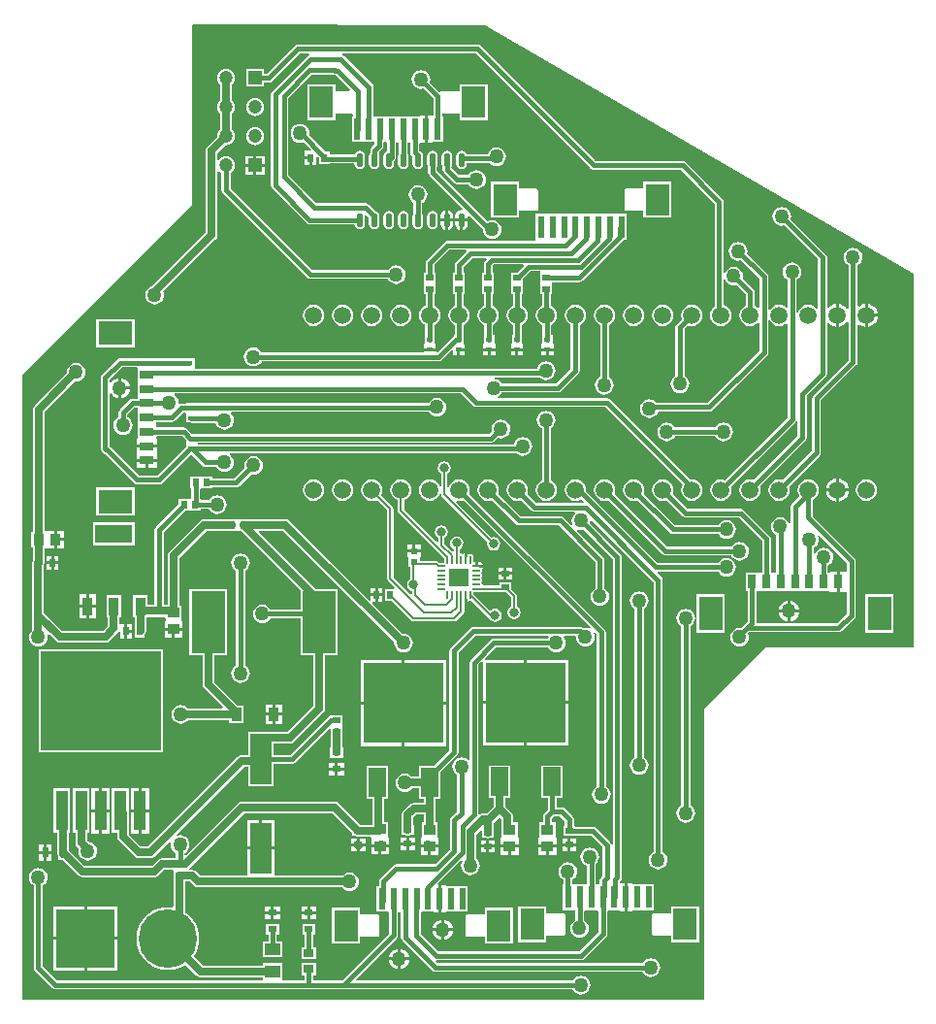
<source format=gtl>
G04*
G04 #@! TF.GenerationSoftware,Altium Limited,Altium Designer,19.1.5 (86)*
G04*
G04 Layer_Physical_Order=1*
G04 Layer_Color=255*
%FSLAX44Y44*%
%MOMM*%
G71*
G01*
G75*
%ADD11C,0.2540*%
%ADD17R,0.6000X1.9000*%
%ADD18R,2.1000X2.8000*%
%ADD19R,0.6200X0.6000*%
%ADD20R,0.9000X0.7000*%
%ADD21R,0.9500X1.0500*%
%ADD22R,0.5200X0.7200*%
%ADD23R,0.5500X0.4500*%
%ADD24O,0.5500X1.2500*%
%ADD25R,0.7200X0.5200*%
%ADD26R,1.0500X0.9500*%
%ADD27R,0.8000X0.6000*%
%ADD28R,0.5400X0.9400*%
%ADD29R,0.8000X0.6000*%
%ADD30R,1.4000X1.0500*%
%ADD31R,0.9100X1.2200*%
%ADD32R,0.5500X0.6500*%
%ADD33R,0.9500X1.6500*%
%ADD34R,3.2500X1.6500*%
%ADD35R,0.8000X1.3000*%
%ADD36R,2.1000X3.0000*%
%ADD37R,10.5000X8.6000*%
%ADD38R,1.1000X3.5000*%
%ADD39R,0.6500X0.5500*%
%ADD40R,1.9000X4.4000*%
%ADD41R,2.9000X5.4000*%
%ADD42R,1.5000X2.5000*%
%ADD43R,7.0000X7.0000*%
%ADD44R,1.7000X1.5400*%
%ADD45O,0.2000X0.7000*%
%ADD46O,0.7000X0.2000*%
%ADD47R,3.0000X2.1000*%
%ADD48R,1.3000X0.8000*%
%ADD88C,0.3998*%
%ADD89C,0.6424*%
%ADD90C,0.1778*%
%ADD91C,0.3810*%
%ADD92R,1.1620X1.1620*%
%ADD93C,1.2002*%
%ADD94C,5.1000*%
%ADD95R,5.1000X5.1000*%
%ADD96C,1.5000*%
%ADD97C,1.2700*%
%ADD98C,0.7996*%
G36*
X403554Y850236D02*
X777967Y633533D01*
X777967Y307340D01*
X648790D01*
X595450Y254000D01*
Y0D01*
X0D01*
Y545010D01*
X43000Y588010D01*
X148410Y693420D01*
Y849677D01*
X149309Y850574D01*
X403554Y850236D01*
D02*
G37*
%LPC*%
G36*
X203200Y786356D02*
X201169Y786089D01*
X199277Y785305D01*
X197652Y784058D01*
X196405Y782433D01*
X195621Y780541D01*
X195354Y778510D01*
X195621Y776479D01*
X196405Y774587D01*
X197652Y772962D01*
X199277Y771715D01*
X201169Y770931D01*
X203200Y770664D01*
X205231Y770931D01*
X207123Y771715D01*
X208748Y772962D01*
X209995Y774587D01*
X210779Y776479D01*
X211046Y778510D01*
X210779Y780541D01*
X209995Y782433D01*
X208748Y784058D01*
X207123Y785305D01*
X205231Y786089D01*
X203200Y786356D01*
D02*
G37*
G36*
X347980Y810838D02*
X345858Y810559D01*
X343881Y809740D01*
X342183Y808437D01*
X340880Y806739D01*
X340061Y804762D01*
X339782Y802640D01*
X340061Y800518D01*
X340880Y798541D01*
X342183Y796843D01*
X343881Y795540D01*
X345858Y794721D01*
X347980Y794442D01*
X350102Y794721D01*
X350350Y794824D01*
X358685Y786489D01*
Y772322D01*
X358076Y771304D01*
X353806D01*
Y759264D01*
Y747224D01*
X358076D01*
Y747986D01*
X367314D01*
Y770542D01*
X366387D01*
Y772419D01*
X367036Y772952D01*
X381758D01*
Y766986D01*
X406314D01*
Y798542D01*
X381758D01*
Y792577D01*
X367036D01*
X366342Y792439D01*
X365754Y792046D01*
X364238Y791828D01*
X355796Y800270D01*
X355899Y800518D01*
X356178Y802640D01*
X355899Y804762D01*
X355080Y806739D01*
X353777Y808437D01*
X352079Y809740D01*
X350102Y810559D01*
X347980Y810838D01*
D02*
G37*
G36*
X203200Y760956D02*
X201169Y760689D01*
X199277Y759905D01*
X197652Y758658D01*
X196405Y757033D01*
X195621Y755141D01*
X195354Y753110D01*
X195621Y751079D01*
X196405Y749187D01*
X197652Y747562D01*
X199277Y746315D01*
X201169Y745531D01*
X203200Y745264D01*
X205231Y745531D01*
X207123Y746315D01*
X208748Y747562D01*
X209995Y749187D01*
X210779Y751079D01*
X211046Y753110D01*
X210779Y755141D01*
X209995Y757033D01*
X208748Y758658D01*
X207123Y759905D01*
X205231Y760689D01*
X203200Y760956D01*
D02*
G37*
G36*
X177800Y811756D02*
X175769Y811489D01*
X173877Y810705D01*
X172252Y809458D01*
X171005Y807833D01*
X170222Y805941D01*
X169954Y803910D01*
X170222Y801879D01*
X171005Y799987D01*
X172252Y798362D01*
X172712Y798009D01*
Y784411D01*
X172252Y784058D01*
X171005Y782433D01*
X170222Y780541D01*
X169954Y778510D01*
X170222Y776479D01*
X171005Y774587D01*
X172252Y772962D01*
X172712Y772609D01*
Y759011D01*
X172252Y758658D01*
X171005Y757033D01*
X170222Y755141D01*
X169954Y753110D01*
X170030Y752535D01*
X161502Y744008D01*
X160400Y742357D01*
X160012Y740410D01*
Y668857D01*
X113800Y622645D01*
X113448Y622599D01*
X111471Y621780D01*
X109773Y620477D01*
X108470Y618779D01*
X107651Y616802D01*
X107372Y614680D01*
X107651Y612558D01*
X108470Y610581D01*
X109773Y608883D01*
X111471Y607580D01*
X113448Y606761D01*
X115570Y606482D01*
X117692Y606761D01*
X119669Y607580D01*
X121367Y608883D01*
X122670Y610581D01*
X123489Y612558D01*
X123768Y614680D01*
X123489Y616802D01*
X123154Y617609D01*
X168698Y663152D01*
X169800Y664803D01*
X170188Y666750D01*
Y722766D01*
X171458Y723198D01*
X172252Y722162D01*
X173877Y720915D01*
X173949Y720886D01*
Y706120D01*
X173949Y706120D01*
X174242Y704646D01*
X175077Y703397D01*
X248737Y629737D01*
X248737Y629737D01*
X249986Y628902D01*
X251460Y628609D01*
X251460Y628609D01*
X319187D01*
X319290Y628361D01*
X320593Y626663D01*
X322291Y625360D01*
X324268Y624541D01*
X326390Y624262D01*
X328512Y624541D01*
X330489Y625360D01*
X332187Y626663D01*
X333490Y628361D01*
X334309Y630338D01*
X334588Y632460D01*
X334309Y634582D01*
X333490Y636559D01*
X332187Y638257D01*
X330489Y639560D01*
X328512Y640379D01*
X326390Y640658D01*
X324268Y640379D01*
X322291Y639560D01*
X320593Y638257D01*
X319290Y636559D01*
X319187Y636311D01*
X253055D01*
X181651Y707715D01*
Y720886D01*
X181723Y720915D01*
X183348Y722162D01*
X184595Y723787D01*
X185379Y725679D01*
X185646Y727710D01*
X185379Y729741D01*
X184595Y731633D01*
X183348Y733258D01*
X181723Y734505D01*
X179831Y735289D01*
X177800Y735556D01*
X175769Y735289D01*
X173877Y734505D01*
X172252Y733258D01*
X171458Y732223D01*
X170188Y732654D01*
Y738303D01*
X177225Y745340D01*
X177800Y745264D01*
X179831Y745531D01*
X181723Y746315D01*
X183348Y747562D01*
X184595Y749187D01*
X185379Y751079D01*
X185646Y753110D01*
X185379Y755141D01*
X184595Y757033D01*
X183348Y758658D01*
X182888Y759011D01*
Y772609D01*
X183348Y772962D01*
X184595Y774587D01*
X185379Y776479D01*
X185646Y778510D01*
X185379Y780541D01*
X184595Y782433D01*
X183348Y784058D01*
X182888Y784411D01*
Y798009D01*
X183348Y798362D01*
X184595Y799987D01*
X185379Y801879D01*
X185646Y803910D01*
X185379Y805941D01*
X184595Y807833D01*
X183348Y809458D01*
X181723Y810705D01*
X179831Y811489D01*
X177800Y811756D01*
D02*
G37*
G36*
X414020Y743528D02*
X411898Y743249D01*
X409921Y742430D01*
X408223Y741127D01*
X406920Y739429D01*
X406230Y737763D01*
X387680D01*
X386680Y739259D01*
X385183Y740259D01*
X383416Y740611D01*
X381649Y740259D01*
X380151Y739259D01*
X379151Y737761D01*
X378799Y735994D01*
Y728994D01*
X379151Y727227D01*
X380151Y725730D01*
X381649Y724729D01*
X383416Y724378D01*
X385183Y724729D01*
X386680Y725730D01*
X387681Y727227D01*
X388033Y728994D01*
Y730061D01*
X407818D01*
X408223Y729533D01*
X409921Y728230D01*
X411898Y727411D01*
X414020Y727132D01*
X416142Y727411D01*
X418119Y728230D01*
X419817Y729533D01*
X421120Y731231D01*
X421939Y733208D01*
X422218Y735330D01*
X421939Y737452D01*
X421120Y739429D01*
X419817Y741127D01*
X418119Y742430D01*
X416142Y743249D01*
X414020Y743528D01*
D02*
G37*
G36*
X211550Y736060D02*
X204470D01*
Y728980D01*
X211550D01*
Y736060D01*
D02*
G37*
G36*
X201930D02*
X194850D01*
Y728980D01*
X201930D01*
Y736060D01*
D02*
G37*
G36*
X250416Y732914D02*
X246546D01*
Y728044D01*
X250416D01*
Y732914D01*
D02*
G37*
G36*
X242446Y763972D02*
X240324Y763693D01*
X238347Y762874D01*
X236649Y761571D01*
X235346Y759873D01*
X234527Y757896D01*
X234248Y755774D01*
X234527Y753652D01*
X235346Y751675D01*
X236649Y749977D01*
X238347Y748674D01*
X240324Y747856D01*
X242446Y747576D01*
X244568Y747856D01*
X245275Y748149D01*
X251926Y741498D01*
X251441Y740324D01*
X246546D01*
Y735454D01*
X251686D01*
Y734184D01*
X252956D01*
Y728044D01*
X256826D01*
Y734939D01*
X257999Y735425D01*
X259308Y734116D01*
Y728806D01*
X268064D01*
Y729488D01*
X289899D01*
Y728994D01*
X290251Y727227D01*
X291251Y725730D01*
X292749Y724729D01*
X294516Y724378D01*
X296283Y724729D01*
X297780Y725730D01*
X298781Y727227D01*
X299133Y728994D01*
Y735994D01*
X298781Y737761D01*
X297780Y739259D01*
X296283Y740259D01*
X294516Y740611D01*
X292749Y740259D01*
X291251Y739259D01*
X290251Y737761D01*
X290137Y737190D01*
X268064D01*
Y739562D01*
X264754D01*
X250399Y753917D01*
X250644Y755774D01*
X250365Y757896D01*
X249546Y759873D01*
X248243Y761571D01*
X246545Y762874D01*
X244568Y763693D01*
X242446Y763972D01*
D02*
G37*
G36*
X211550Y726440D02*
X204470D01*
Y719360D01*
X211550D01*
Y726440D01*
D02*
G37*
G36*
X201930D02*
X194850D01*
Y719360D01*
X201930D01*
Y726440D01*
D02*
G37*
G36*
X370716Y740611D02*
X368949Y740259D01*
X367451Y739259D01*
X366451Y737761D01*
X366099Y735994D01*
Y728994D01*
X366451Y727227D01*
X366865Y726608D01*
Y724024D01*
X366865Y724024D01*
X367158Y722550D01*
X367993Y721301D01*
X376725Y712569D01*
X377974Y711734D01*
X379448Y711441D01*
X379448Y711441D01*
X389319D01*
X389422Y711193D01*
X390725Y709495D01*
X392423Y708192D01*
X394400Y707373D01*
X396522Y707094D01*
X398644Y707373D01*
X400621Y708192D01*
X402319Y709495D01*
X403622Y711193D01*
X404441Y713170D01*
X404720Y715292D01*
X404441Y717414D01*
X403622Y719391D01*
X402319Y721089D01*
X400621Y722392D01*
X398644Y723211D01*
X396522Y723490D01*
X394400Y723211D01*
X392423Y722392D01*
X390725Y721089D01*
X389422Y719391D01*
X389319Y719143D01*
X381043D01*
X374567Y725619D01*
Y726608D01*
X374981Y727227D01*
X375333Y728994D01*
Y735994D01*
X374981Y737761D01*
X373980Y739259D01*
X372483Y740259D01*
X370716Y740611D01*
D02*
G37*
G36*
X508171Y685517D02*
X507727D01*
Y685517D01*
X498997D01*
X498171Y685517D01*
Y685517D01*
X497727D01*
Y685517D01*
X488997D01*
X488171Y685517D01*
Y685517D01*
X487727D01*
Y685517D01*
X478997D01*
X478171Y685517D01*
Y685517D01*
X477727D01*
Y685517D01*
X468171Y685517D01*
X466901Y685517D01*
X458997D01*
X458171Y685517D01*
X456901Y685517D01*
X448171D01*
Y662981D01*
X448171Y662961D01*
X448123Y661711D01*
X370840D01*
X370840Y661711D01*
X369366Y661418D01*
X368117Y660583D01*
X352970Y645436D01*
X352135Y644186D01*
X351842Y642713D01*
X351842Y642712D01*
Y634368D01*
X350665D01*
Y625638D01*
X350665Y625312D01*
Y624368D01*
X350665Y624042D01*
Y615312D01*
X351842D01*
Y605347D01*
X351014Y605004D01*
X349076Y603517D01*
X347588Y601579D01*
X346654Y599322D01*
X346335Y596900D01*
X346654Y594478D01*
X347588Y592221D01*
X349076Y590283D01*
X351014Y588796D01*
X351795Y588472D01*
Y580028D01*
X351072D01*
Y572744D01*
X350310Y571790D01*
X350310Y571018D01*
Y568270D01*
X355600D01*
X360890D01*
X360890Y571790D01*
X360128Y572744D01*
Y580028D01*
X359497D01*
Y588434D01*
X360372Y588796D01*
X362310Y590283D01*
X363797Y592221D01*
X364732Y594478D01*
X365051Y596900D01*
X364732Y599322D01*
X363797Y601579D01*
X362310Y603517D01*
X360372Y605004D01*
X359544Y605347D01*
Y615312D01*
X360721D01*
Y624042D01*
X360721Y624368D01*
Y625312D01*
X360721Y625638D01*
Y634368D01*
X359544D01*
Y641117D01*
X372435Y654009D01*
X387002D01*
X387528Y652739D01*
X378570Y643780D01*
X377735Y642531D01*
X377442Y641057D01*
X377442Y641057D01*
Y634368D01*
X376265D01*
Y625638D01*
X376265Y625312D01*
Y624368D01*
X376265Y624042D01*
Y615312D01*
X377442D01*
Y605347D01*
X376614Y605004D01*
X374675Y603517D01*
X373188Y601579D01*
X372253Y599322D01*
X371935Y596900D01*
X372253Y594478D01*
X373188Y592221D01*
X374675Y590283D01*
X376614Y588796D01*
X377295Y588513D01*
Y580028D01*
X376472D01*
Y579050D01*
X375607Y578472D01*
X362160Y565025D01*
X360890Y565551D01*
Y565730D01*
X355600D01*
X350310D01*
Y564429D01*
X208879D01*
X208776Y564677D01*
X207473Y566375D01*
X205775Y567678D01*
X203798Y568497D01*
X201676Y568776D01*
X199554Y568497D01*
X197577Y567678D01*
X195879Y566375D01*
X194576Y564677D01*
X193757Y562700D01*
X193478Y560578D01*
X193757Y558456D01*
X194576Y556479D01*
X195879Y554781D01*
X197577Y553478D01*
X199554Y552659D01*
X201676Y552380D01*
X203798Y552659D01*
X205775Y553478D01*
X207473Y554781D01*
X208776Y556479D01*
X208879Y556727D01*
X363159D01*
X363159Y556727D01*
X364633Y557020D01*
X365882Y557855D01*
X374537Y566510D01*
X375710Y566024D01*
Y562210D01*
X379730D01*
Y567000D01*
X381000D01*
Y568270D01*
X386290D01*
Y571790D01*
X385528Y571972D01*
Y580028D01*
X384997D01*
Y588392D01*
X385972Y588796D01*
X387910Y590283D01*
X389397Y592221D01*
X390332Y594478D01*
X390651Y596900D01*
X390332Y599322D01*
X389397Y601579D01*
X387910Y603517D01*
X385972Y605004D01*
X385144Y605347D01*
Y615312D01*
X386321D01*
Y624042D01*
X386321Y624368D01*
Y625312D01*
X386321Y625638D01*
Y634368D01*
X385144D01*
Y639462D01*
X392755Y647074D01*
X405029D01*
X405516Y645900D01*
X403970Y644354D01*
X403135Y643105D01*
X402842Y641631D01*
X402842Y641631D01*
Y634368D01*
X401665D01*
Y625638D01*
X401665Y625312D01*
Y624368D01*
X401665Y624042D01*
Y615312D01*
X402842D01*
Y605347D01*
X402014Y605004D01*
X400075Y603517D01*
X398588Y601579D01*
X397654Y599322D01*
X397335Y596900D01*
X397654Y594478D01*
X398588Y592221D01*
X400075Y590283D01*
X402014Y588796D01*
X403330Y588250D01*
Y580028D01*
X403142D01*
Y572744D01*
X402380Y571790D01*
X402380Y571018D01*
Y568270D01*
X407670D01*
X412960D01*
Y571790D01*
X412198Y572744D01*
Y580028D01*
X411032D01*
Y588655D01*
X411372Y588796D01*
X413310Y590283D01*
X414797Y592221D01*
X415732Y594478D01*
X416051Y596900D01*
X415732Y599322D01*
X414797Y601579D01*
X413310Y603517D01*
X411372Y605004D01*
X410544Y605347D01*
Y615312D01*
X411721D01*
Y624042D01*
X411721Y624368D01*
Y625312D01*
X411721Y625638D01*
Y634368D01*
X410544D01*
Y640036D01*
X411805Y641298D01*
X436945D01*
X437431Y640124D01*
X431674Y634368D01*
X427065D01*
Y625638D01*
X427065Y625312D01*
Y624368D01*
X427065Y624042D01*
Y615312D01*
X428242D01*
Y605347D01*
X427414Y605004D01*
X425476Y603517D01*
X423988Y601579D01*
X423054Y599322D01*
X422735Y596900D01*
X423054Y594478D01*
X423988Y592221D01*
X425476Y590283D01*
X427414Y588796D01*
X428095Y588513D01*
Y580028D01*
X427272D01*
Y572744D01*
X426510Y571790D01*
X426510Y571018D01*
Y568270D01*
X431800D01*
X437090D01*
Y571790D01*
X436328Y572744D01*
Y580028D01*
X435797D01*
Y588392D01*
X436772Y588796D01*
X438710Y590283D01*
X440197Y592221D01*
X441132Y594478D01*
X441451Y596900D01*
X441132Y599322D01*
X440197Y601579D01*
X438710Y603517D01*
X436772Y605004D01*
X435944Y605347D01*
Y615312D01*
X437121D01*
Y624042D01*
X437121Y624368D01*
Y625312D01*
X437121Y625638D01*
Y628922D01*
X443720Y635522D01*
X452184D01*
X452465Y634368D01*
X452465D01*
Y625638D01*
X452465Y625312D01*
Y624368D01*
X452465Y624042D01*
Y615312D01*
X453642D01*
Y605347D01*
X452814Y605004D01*
X450876Y603517D01*
X449388Y601579D01*
X448453Y599322D01*
X448135Y596900D01*
X448453Y594478D01*
X449388Y592221D01*
X450876Y590283D01*
X452814Y588796D01*
X454130Y588250D01*
Y580028D01*
X453942D01*
Y572744D01*
X453180Y571790D01*
X453180Y571018D01*
Y568270D01*
X458470D01*
X463760D01*
Y571790D01*
X462998Y572744D01*
Y580028D01*
X461832D01*
Y588655D01*
X462172Y588796D01*
X464110Y590283D01*
X465597Y592221D01*
X466532Y594478D01*
X466851Y596900D01*
X466532Y599322D01*
X465597Y601579D01*
X464110Y603517D01*
X462172Y605004D01*
X461344Y605347D01*
Y615312D01*
X462521D01*
Y624042D01*
X462521Y624368D01*
Y625312D01*
X463645Y625989D01*
X486391D01*
X486391Y625989D01*
X487865Y626282D01*
X489115Y627117D01*
X524671Y662673D01*
X524671Y662673D01*
X524863Y662961D01*
X527727D01*
Y685517D01*
X518997D01*
X518171Y685517D01*
Y685517D01*
X517727D01*
Y685517D01*
X508997D01*
X508171Y685517D01*
Y685517D01*
D02*
G37*
G36*
X566727Y713517D02*
X542171D01*
Y707552D01*
X527449D01*
X526755Y707414D01*
X526167Y707021D01*
X525774Y706433D01*
X525636Y705739D01*
Y689739D01*
X525774Y689045D01*
X526167Y688457D01*
X526755Y688064D01*
X527449Y687926D01*
X542171D01*
Y681961D01*
X566727D01*
Y713517D01*
D02*
G37*
G36*
X433727D02*
X409171D01*
Y681961D01*
X433727D01*
Y687926D01*
X448449D01*
X449142Y688064D01*
X449730Y688457D01*
X450123Y689045D01*
X450261Y689739D01*
Y705739D01*
X450123Y706433D01*
X449730Y707021D01*
X449142Y707414D01*
X448449Y707552D01*
X433727D01*
Y713517D01*
D02*
G37*
G36*
X371986Y688635D02*
Y681264D01*
X376110D01*
Y683494D01*
X375699Y685558D01*
X374530Y687308D01*
X372780Y688477D01*
X371986Y688635D01*
D02*
G37*
G36*
X369446D02*
X368652Y688477D01*
X366902Y687308D01*
X365733Y685558D01*
X365322Y683494D01*
Y681264D01*
X369446D01*
Y688635D01*
D02*
G37*
G36*
X358016Y688111D02*
X356249Y687759D01*
X354751Y686759D01*
X353751Y685261D01*
X353399Y683494D01*
Y676494D01*
X353751Y674727D01*
X354751Y673230D01*
X356249Y672229D01*
X358016Y671878D01*
X359783Y672229D01*
X361280Y673230D01*
X362281Y674727D01*
X362633Y676494D01*
Y683494D01*
X362281Y685261D01*
X361280Y686759D01*
X359783Y687759D01*
X358016Y688111D01*
D02*
G37*
G36*
X345440Y710508D02*
X343318Y710229D01*
X341341Y709410D01*
X339643Y708107D01*
X338340Y706409D01*
X337521Y704432D01*
X337242Y702310D01*
X337521Y700188D01*
X338340Y698211D01*
X339643Y696513D01*
X341341Y695210D01*
X341527Y695133D01*
Y685974D01*
X341051Y685261D01*
X340699Y683494D01*
Y676494D01*
X341051Y674727D01*
X342051Y673230D01*
X343549Y672229D01*
X345316Y671878D01*
X347083Y672229D01*
X348580Y673230D01*
X349581Y674727D01*
X349933Y676494D01*
Y683494D01*
X349581Y685261D01*
X349229Y685788D01*
Y695082D01*
X349539Y695210D01*
X351237Y696513D01*
X352540Y698211D01*
X353359Y700188D01*
X353638Y702310D01*
X353359Y704432D01*
X352540Y706409D01*
X351237Y708107D01*
X349539Y709410D01*
X347562Y710229D01*
X345440Y710508D01*
D02*
G37*
G36*
X332616Y688111D02*
X330849Y687759D01*
X329351Y686759D01*
X328351Y685261D01*
X327999Y683494D01*
Y676494D01*
X328351Y674727D01*
X329351Y673230D01*
X330849Y672229D01*
X332616Y671878D01*
X334383Y672229D01*
X335880Y673230D01*
X336881Y674727D01*
X337233Y676494D01*
Y683494D01*
X336881Y685261D01*
X335880Y686759D01*
X334383Y687759D01*
X332616Y688111D01*
D02*
G37*
G36*
X319916D02*
X318149Y687759D01*
X316651Y686759D01*
X315651Y685261D01*
X315299Y683494D01*
Y676494D01*
X315651Y674727D01*
X316651Y673230D01*
X318149Y672229D01*
X319916Y671878D01*
X321683Y672229D01*
X323180Y673230D01*
X324181Y674727D01*
X324533Y676494D01*
Y683494D01*
X324181Y685261D01*
X323180Y686759D01*
X321683Y687759D01*
X319916Y688111D01*
D02*
G37*
G36*
X388810Y678724D02*
X384686D01*
Y671353D01*
X385480Y671511D01*
X387230Y672680D01*
X388399Y674430D01*
X388810Y676494D01*
Y678724D01*
D02*
G37*
G36*
X376110D02*
X371986D01*
Y671353D01*
X372780Y671511D01*
X374530Y672680D01*
X375699Y674430D01*
X376110Y676494D01*
Y678724D01*
D02*
G37*
G36*
X382146D02*
X378022D01*
Y676494D01*
X378433Y674430D01*
X379602Y672680D01*
X381352Y671511D01*
X382146Y671353D01*
Y678724D01*
D02*
G37*
G36*
X369446D02*
X365322D01*
Y676494D01*
X365733Y674430D01*
X366902Y672680D01*
X368652Y671511D01*
X369446Y671353D01*
Y678724D01*
D02*
G37*
G36*
X358016Y740611D02*
X356249Y740259D01*
X354751Y739259D01*
X353751Y737761D01*
X353399Y735994D01*
Y728994D01*
X353751Y727227D01*
X354165Y726608D01*
Y721484D01*
X354165Y721484D01*
X354458Y720010D01*
X355293Y718761D01*
X383984Y690070D01*
X383494Y689051D01*
X383378Y688880D01*
X381352Y688477D01*
X379602Y687308D01*
X378433Y685558D01*
X378022Y683494D01*
Y681264D01*
X383416D01*
X388810D01*
Y683448D01*
X388912Y683543D01*
X389991Y684062D01*
X402037Y672017D01*
X402012Y671830D01*
X402291Y669708D01*
X403110Y667731D01*
X404413Y666033D01*
X406111Y664730D01*
X408088Y663911D01*
X410210Y663632D01*
X412332Y663911D01*
X414309Y664730D01*
X416007Y666033D01*
X417310Y667731D01*
X418129Y669708D01*
X418408Y671830D01*
X418129Y673952D01*
X417310Y675929D01*
X416007Y677627D01*
X414309Y678930D01*
X412332Y679749D01*
X410210Y680028D01*
X408088Y679749D01*
X406111Y678930D01*
X406057Y678889D01*
X361867Y723079D01*
Y726608D01*
X362281Y727227D01*
X362633Y728994D01*
Y735994D01*
X362281Y737761D01*
X361280Y739259D01*
X359783Y740259D01*
X358016Y740611D01*
D02*
G37*
G36*
X725170Y655898D02*
X723048Y655619D01*
X721071Y654800D01*
X719373Y653497D01*
X718070Y651799D01*
X717251Y649822D01*
X716972Y647700D01*
X717251Y645578D01*
X718070Y643601D01*
X719373Y641903D01*
X721071Y640600D01*
X721319Y640497D01*
Y602566D01*
X721281Y602545D01*
X720049Y602242D01*
X718653Y604061D01*
X716556Y605670D01*
X714114Y606682D01*
X712763Y606860D01*
Y596900D01*
Y586941D01*
X714114Y587118D01*
X716556Y588130D01*
X718653Y589739D01*
X720049Y591558D01*
X721281Y591255D01*
X721319Y591234D01*
Y557855D01*
X690626Y527162D01*
X689791Y525913D01*
X689498Y524439D01*
X689498Y524439D01*
Y478751D01*
X663943Y453196D01*
X663115Y453539D01*
X660693Y453858D01*
X658271Y453539D01*
X656014Y452604D01*
X654075Y451117D01*
X652588Y449179D01*
X651654Y446922D01*
X651335Y444500D01*
X651654Y442078D01*
X652588Y439821D01*
X654075Y437883D01*
X656014Y436396D01*
X658271Y435461D01*
X660693Y435142D01*
X663115Y435461D01*
X665372Y436396D01*
X667310Y437883D01*
X668797Y439821D01*
X669732Y442078D01*
X670051Y444500D01*
X669732Y446922D01*
X669389Y447750D01*
X696072Y474433D01*
X696907Y475683D01*
X697200Y477156D01*
X697200Y477156D01*
Y522844D01*
X727893Y553537D01*
X728728Y554786D01*
X729021Y556260D01*
X729021Y556260D01*
Y588684D01*
X730291Y589311D01*
X731829Y588130D01*
X734272Y587118D01*
X735623Y586941D01*
Y596900D01*
Y606860D01*
X734272Y606682D01*
X731829Y605670D01*
X730291Y604490D01*
X729021Y605116D01*
Y640497D01*
X729269Y640600D01*
X730967Y641903D01*
X732270Y643601D01*
X733089Y645578D01*
X733368Y647700D01*
X733089Y649822D01*
X732270Y651799D01*
X730967Y653497D01*
X729269Y654800D01*
X727292Y655619D01*
X725170Y655898D01*
D02*
G37*
G36*
X738163Y606860D02*
Y598170D01*
X746852D01*
X746674Y599521D01*
X745663Y601963D01*
X744053Y604061D01*
X741956Y605670D01*
X739514Y606682D01*
X738163Y606860D01*
D02*
G37*
G36*
X584493Y606258D02*
X582071Y605939D01*
X579814Y605004D01*
X577876Y603517D01*
X576388Y601579D01*
X575453Y599322D01*
X575135Y596900D01*
X575453Y594478D01*
X575797Y593650D01*
X571317Y589170D01*
X570482Y587921D01*
X570189Y586447D01*
X570189Y586447D01*
Y544413D01*
X569941Y544310D01*
X568243Y543007D01*
X566940Y541309D01*
X566121Y539332D01*
X565842Y537210D01*
X566121Y535088D01*
X566940Y533111D01*
X568243Y531413D01*
X569941Y530110D01*
X571918Y529291D01*
X574040Y529012D01*
X576162Y529291D01*
X578139Y530110D01*
X579837Y531413D01*
X581140Y533111D01*
X581959Y535088D01*
X582238Y537210D01*
X581959Y539332D01*
X581140Y541309D01*
X579837Y543007D01*
X578139Y544310D01*
X577891Y544413D01*
Y584852D01*
X581243Y588204D01*
X582071Y587861D01*
X584493Y587542D01*
X586915Y587861D01*
X589172Y588796D01*
X591110Y590283D01*
X592597Y592221D01*
X593532Y594478D01*
X593851Y596900D01*
X593532Y599322D01*
X592597Y601579D01*
X591110Y603517D01*
X589172Y605004D01*
X586915Y605939D01*
X584493Y606258D01*
D02*
G37*
G36*
X559093D02*
X556671Y605939D01*
X554414Y605004D01*
X552476Y603517D01*
X550988Y601579D01*
X550053Y599322D01*
X549735Y596900D01*
X550053Y594478D01*
X550988Y592221D01*
X552476Y590283D01*
X554414Y588796D01*
X556671Y587861D01*
X559093Y587542D01*
X561515Y587861D01*
X563772Y588796D01*
X565710Y590283D01*
X567197Y592221D01*
X568132Y594478D01*
X568451Y596900D01*
X568132Y599322D01*
X567197Y601579D01*
X565710Y603517D01*
X563772Y605004D01*
X561515Y605939D01*
X559093Y606258D01*
D02*
G37*
G36*
X533693D02*
X531271Y605939D01*
X529014Y605004D01*
X527076Y603517D01*
X525588Y601579D01*
X524654Y599322D01*
X524335Y596900D01*
X524654Y594478D01*
X525588Y592221D01*
X527076Y590283D01*
X529014Y588796D01*
X531271Y587861D01*
X533693Y587542D01*
X536115Y587861D01*
X538372Y588796D01*
X540310Y590283D01*
X541797Y592221D01*
X542732Y594478D01*
X543051Y596900D01*
X542732Y599322D01*
X541797Y601579D01*
X540310Y603517D01*
X538372Y605004D01*
X536115Y605939D01*
X533693Y606258D01*
D02*
G37*
G36*
X330493D02*
X328071Y605939D01*
X325814Y605004D01*
X323876Y603517D01*
X322388Y601579D01*
X321454Y599322D01*
X321135Y596900D01*
X321454Y594478D01*
X322388Y592221D01*
X323876Y590283D01*
X325814Y588796D01*
X328071Y587861D01*
X330493Y587542D01*
X332915Y587861D01*
X335172Y588796D01*
X337110Y590283D01*
X338597Y592221D01*
X339532Y594478D01*
X339851Y596900D01*
X339532Y599322D01*
X338597Y601579D01*
X337110Y603517D01*
X335172Y605004D01*
X332915Y605939D01*
X330493Y606258D01*
D02*
G37*
G36*
X305093D02*
X302671Y605939D01*
X300414Y605004D01*
X298475Y603517D01*
X296988Y601579D01*
X296054Y599322D01*
X295735Y596900D01*
X296054Y594478D01*
X296988Y592221D01*
X298475Y590283D01*
X300414Y588796D01*
X302671Y587861D01*
X305093Y587542D01*
X307515Y587861D01*
X309772Y588796D01*
X311710Y590283D01*
X313197Y592221D01*
X314132Y594478D01*
X314451Y596900D01*
X314132Y599322D01*
X313197Y601579D01*
X311710Y603517D01*
X309772Y605004D01*
X307515Y605939D01*
X305093Y606258D01*
D02*
G37*
G36*
X279693D02*
X277271Y605939D01*
X275014Y605004D01*
X273076Y603517D01*
X271588Y601579D01*
X270653Y599322D01*
X270335Y596900D01*
X270653Y594478D01*
X271588Y592221D01*
X273076Y590283D01*
X275014Y588796D01*
X277271Y587861D01*
X279693Y587542D01*
X282115Y587861D01*
X284372Y588796D01*
X286310Y590283D01*
X287797Y592221D01*
X288732Y594478D01*
X289051Y596900D01*
X288732Y599322D01*
X287797Y601579D01*
X286310Y603517D01*
X284372Y605004D01*
X282115Y605939D01*
X279693Y606258D01*
D02*
G37*
G36*
X254293D02*
X251871Y605939D01*
X249614Y605004D01*
X247675Y603517D01*
X246188Y601579D01*
X245254Y599322D01*
X244935Y596900D01*
X245254Y594478D01*
X246188Y592221D01*
X247675Y590283D01*
X249614Y588796D01*
X251871Y587861D01*
X254293Y587542D01*
X256715Y587861D01*
X258972Y588796D01*
X260910Y590283D01*
X262397Y592221D01*
X263332Y594478D01*
X263651Y596900D01*
X263332Y599322D01*
X262397Y601579D01*
X260910Y603517D01*
X258972Y605004D01*
X256715Y605939D01*
X254293Y606258D01*
D02*
G37*
G36*
X746852Y595630D02*
X738163D01*
Y586941D01*
X739514Y587118D01*
X741956Y588130D01*
X744053Y589739D01*
X745663Y591837D01*
X746674Y594279D01*
X746852Y595630D01*
D02*
G37*
G36*
X397510Y833161D02*
X397510Y833161D01*
X240665D01*
X239191Y832868D01*
X237942Y832033D01*
X237942Y832033D01*
X213670Y807761D01*
X210788D01*
Y811498D01*
X195612D01*
Y796322D01*
X210788D01*
Y800059D01*
X215265D01*
X215265Y800059D01*
X216739Y800352D01*
X217988Y801187D01*
X242260Y825459D01*
X250174D01*
X250299Y824189D01*
X249862Y824102D01*
X248613Y823267D01*
X248613Y823267D01*
X218133Y792787D01*
X217298Y791538D01*
X217005Y790064D01*
X217005Y790064D01*
Y710054D01*
X217005Y710054D01*
X217298Y708580D01*
X218133Y707331D01*
X248193Y677271D01*
X248193Y677271D01*
X249442Y676436D01*
X250916Y676143D01*
X289969D01*
X290251Y674727D01*
X291251Y673230D01*
X292749Y672229D01*
X294516Y671878D01*
X296283Y672229D01*
X297780Y673230D01*
X298781Y674727D01*
X299133Y676494D01*
Y683494D01*
X298924Y684544D01*
X300094Y685170D01*
X302599Y682665D01*
Y676494D01*
X302951Y674727D01*
X303951Y673230D01*
X305449Y672229D01*
X307216Y671878D01*
X308983Y672229D01*
X310480Y673230D01*
X311481Y674727D01*
X311833Y676494D01*
Y683494D01*
X311481Y685261D01*
X310480Y686759D01*
X308983Y687759D01*
X308251Y687905D01*
X302429Y693727D01*
X301180Y694562D01*
X299706Y694855D01*
X299706Y694855D01*
X256741D01*
X232327Y719269D01*
Y786843D01*
X252474Y806990D01*
X271207D01*
X271452Y806826D01*
X272926Y806533D01*
X272926Y806533D01*
X273240D01*
X286023Y793750D01*
X285537Y792577D01*
X273314D01*
Y798542D01*
X248758D01*
Y766986D01*
X273314D01*
Y772952D01*
X288036D01*
X288724Y772387D01*
Y770542D01*
X287758D01*
Y747986D01*
X297314D01*
Y747986D01*
X297758D01*
Y747986D01*
X307314Y747986D01*
X307684Y746870D01*
Y746448D01*
X304780Y743545D01*
X303946Y742295D01*
X303652Y740822D01*
X303652Y740822D01*
Y738811D01*
X302951Y737761D01*
X302599Y735994D01*
Y728994D01*
X302951Y727227D01*
X303951Y725730D01*
X305449Y724729D01*
X307216Y724378D01*
X308983Y724729D01*
X310480Y725730D01*
X311481Y727227D01*
X311833Y728994D01*
Y735994D01*
X311481Y737761D01*
X311354Y737951D01*
Y739227D01*
X314258Y742130D01*
X314258Y742130D01*
X315093Y743380D01*
X315386Y744853D01*
Y747088D01*
X316284Y747986D01*
X317787Y747986D01*
X318685Y747088D01*
Y740366D01*
X318149Y740259D01*
X316651Y739259D01*
X315651Y737761D01*
X315299Y735994D01*
Y728994D01*
X315651Y727227D01*
X316651Y725730D01*
X318149Y724729D01*
X319916Y724378D01*
X321683Y724729D01*
X323180Y725730D01*
X324181Y727227D01*
X324533Y728994D01*
Y731665D01*
X325259Y732391D01*
X325259Y732391D01*
X326094Y733641D01*
X326387Y735114D01*
X326387Y735114D01*
Y747088D01*
X327285Y747986D01*
X327827D01*
X328725Y747088D01*
Y738321D01*
X328351Y737761D01*
X327999Y735994D01*
Y728994D01*
X328351Y727227D01*
X329351Y725730D01*
X330849Y724729D01*
X332616Y724378D01*
X334383Y724729D01*
X335880Y725730D01*
X336881Y727227D01*
X337233Y728994D01*
Y735994D01*
X336881Y737761D01*
X336427Y738441D01*
Y747099D01*
X337314Y747986D01*
X337787D01*
X338685Y747088D01*
Y739181D01*
X338685Y739181D01*
X338978Y737707D01*
X339813Y736458D01*
X340699Y735571D01*
Y728994D01*
X341051Y727227D01*
X342051Y725730D01*
X343549Y724729D01*
X345316Y724378D01*
X347083Y724729D01*
X348580Y725730D01*
X349581Y727227D01*
X349933Y728994D01*
Y735994D01*
X349581Y737761D01*
X348580Y739259D01*
X347083Y740259D01*
X346859Y740304D01*
X346387Y740776D01*
Y746207D01*
X346996Y747224D01*
X351266D01*
Y759264D01*
Y771304D01*
X346996D01*
Y770542D01*
X338584D01*
X337758Y770542D01*
X336488Y770542D01*
X328584D01*
X327758Y770542D01*
X326488Y770542D01*
X318584D01*
X317758Y770542D01*
X316488Y770542D01*
X307285Y770542D01*
X306387Y771440D01*
Y796014D01*
X306387Y796014D01*
X306094Y797488D01*
X305259Y798737D01*
X305259Y798737D01*
X280729Y823267D01*
X279480Y824102D01*
X279042Y824189D01*
X279167Y825459D01*
X395915D01*
X496387Y724987D01*
X496387Y724987D01*
X497636Y724152D01*
X499110Y723859D01*
X574985D01*
X604479Y694365D01*
Y604594D01*
X603075Y603517D01*
X601588Y601579D01*
X600653Y599322D01*
X600335Y596900D01*
X600653Y594478D01*
X601588Y592221D01*
X603075Y590283D01*
X605014Y588796D01*
X607271Y587861D01*
X609693Y587542D01*
X612115Y587861D01*
X614372Y588796D01*
X616310Y590283D01*
X617797Y592221D01*
X618732Y594478D01*
X619051Y596900D01*
X618732Y599322D01*
X617797Y601579D01*
X616310Y603517D01*
X614372Y605004D01*
X612181Y605912D01*
Y627995D01*
X613451Y628248D01*
X613930Y627091D01*
X615233Y625393D01*
X616931Y624090D01*
X618908Y623271D01*
X621030Y622992D01*
X623152Y623271D01*
X623400Y623374D01*
X631442Y615332D01*
Y605347D01*
X630614Y605004D01*
X628675Y603517D01*
X627188Y601579D01*
X626254Y599322D01*
X625935Y596900D01*
X626254Y594478D01*
X627188Y592221D01*
X628675Y590283D01*
X630614Y588796D01*
X632871Y587861D01*
X635293Y587542D01*
X637715Y587861D01*
X639972Y588796D01*
X641910Y590283D01*
X642211Y590675D01*
X643481Y590244D01*
Y566377D01*
X597845Y520741D01*
X553686D01*
X553167Y521417D01*
X551469Y522720D01*
X549492Y523539D01*
X547370Y523818D01*
X545248Y523539D01*
X543271Y522720D01*
X541573Y521417D01*
X540270Y519719D01*
X539451Y517742D01*
X539172Y515620D01*
X539451Y513498D01*
X540270Y511521D01*
X541573Y509823D01*
X543271Y508520D01*
X545248Y507701D01*
X547370Y507422D01*
X549492Y507701D01*
X551469Y508520D01*
X553167Y509823D01*
X554470Y511521D01*
X555099Y513039D01*
X599440D01*
X599440Y513039D01*
X600914Y513332D01*
X602163Y514167D01*
X650055Y562059D01*
X650055Y562059D01*
X650890Y563308D01*
X651183Y564782D01*
X651183Y564782D01*
Y592296D01*
X652453Y592549D01*
X652588Y592221D01*
X654075Y590283D01*
X656014Y588796D01*
X658271Y587861D01*
X660693Y587542D01*
X663115Y587861D01*
X665372Y588796D01*
X666849Y589929D01*
X668119Y589337D01*
Y508172D01*
X613143Y453196D01*
X612315Y453539D01*
X609893Y453858D01*
X607471Y453539D01*
X605214Y452604D01*
X603275Y451117D01*
X601788Y449179D01*
X600854Y446922D01*
X600535Y444500D01*
X600854Y442078D01*
X601788Y439821D01*
X603275Y437883D01*
X605214Y436396D01*
X607471Y435461D01*
X609893Y435142D01*
X612315Y435461D01*
X614572Y436396D01*
X616510Y437883D01*
X617997Y439821D01*
X618932Y442078D01*
X619251Y444500D01*
X618932Y446922D01*
X618589Y447750D01*
X674693Y503854D01*
X675527Y505103D01*
X675599Y505463D01*
X676869Y505338D01*
Y491523D01*
X638543Y453196D01*
X637715Y453539D01*
X635293Y453858D01*
X632871Y453539D01*
X630614Y452604D01*
X628675Y451117D01*
X627188Y449179D01*
X626254Y446922D01*
X625935Y444500D01*
X626254Y442078D01*
X627188Y439821D01*
X628675Y437883D01*
X630614Y436396D01*
X632871Y435461D01*
X635293Y435142D01*
X637715Y435461D01*
X639972Y436396D01*
X641910Y437883D01*
X643397Y439821D01*
X644332Y442078D01*
X644651Y444500D01*
X644332Y446922D01*
X643989Y447750D01*
X683443Y487204D01*
X683443Y487204D01*
X684278Y488454D01*
X684571Y489927D01*
X684571Y489928D01*
Y526725D01*
X701223Y543377D01*
X701223Y543377D01*
X702058Y544626D01*
X702351Y546100D01*
Y590235D01*
X703621Y590666D01*
X704332Y589739D01*
X706429Y588130D01*
X708872Y587118D01*
X710223Y586941D01*
Y596900D01*
Y606860D01*
X708872Y606682D01*
X706429Y605670D01*
X704332Y604061D01*
X703621Y603134D01*
X702351Y603565D01*
Y647700D01*
X702351Y647700D01*
X702058Y649174D01*
X701223Y650423D01*
X701223Y650423D01*
X670756Y680890D01*
X670859Y681138D01*
X671138Y683260D01*
X670859Y685382D01*
X670040Y687359D01*
X668737Y689057D01*
X667039Y690360D01*
X665062Y691179D01*
X662940Y691458D01*
X660818Y691179D01*
X658841Y690360D01*
X657143Y689057D01*
X655840Y687359D01*
X655021Y685382D01*
X654742Y683260D01*
X655021Y681138D01*
X655840Y679161D01*
X657143Y677463D01*
X658841Y676160D01*
X660818Y675341D01*
X662940Y675062D01*
X665062Y675341D01*
X665310Y675444D01*
X694649Y646105D01*
Y603076D01*
X693379Y602645D01*
X692710Y603517D01*
X690772Y605004D01*
X688515Y605939D01*
X686093Y606258D01*
X683671Y605939D01*
X681414Y605004D01*
X679475Y603517D01*
X677988Y601579D01*
X677054Y599322D01*
X675821Y599533D01*
Y627658D01*
X676069Y627761D01*
X677767Y629063D01*
X679069Y630761D01*
X679888Y632738D01*
X680168Y634860D01*
X679888Y636982D01*
X679069Y638959D01*
X677767Y640657D01*
X676069Y641960D01*
X674091Y642779D01*
X671970Y643058D01*
X669848Y642779D01*
X667871Y641960D01*
X666173Y640657D01*
X664870Y638959D01*
X664051Y636982D01*
X663772Y634860D01*
X664051Y632738D01*
X664870Y630761D01*
X666173Y629063D01*
X667871Y627761D01*
X668119Y627658D01*
Y604463D01*
X666849Y603871D01*
X665372Y605004D01*
X663115Y605939D01*
X660693Y606258D01*
X658271Y605939D01*
X656014Y605004D01*
X654075Y603517D01*
X652588Y601579D01*
X652453Y601251D01*
X651183Y601504D01*
Y630288D01*
X650890Y631762D01*
X650055Y633011D01*
X650055Y633012D01*
X632656Y650410D01*
X632759Y650658D01*
X633038Y652780D01*
X632759Y654902D01*
X631940Y656879D01*
X630637Y658577D01*
X628939Y659880D01*
X626962Y660699D01*
X624840Y660978D01*
X622718Y660699D01*
X620741Y659880D01*
X619043Y658577D01*
X617740Y656879D01*
X616921Y654902D01*
X616642Y652780D01*
X616921Y650658D01*
X617740Y648681D01*
X619043Y646983D01*
X620741Y645680D01*
X622718Y644861D01*
X624840Y644582D01*
X626962Y644861D01*
X627210Y644964D01*
X643481Y628693D01*
Y603556D01*
X642211Y603125D01*
X641910Y603517D01*
X639972Y605004D01*
X639144Y605347D01*
Y616927D01*
X639144Y616927D01*
X638851Y618401D01*
X638016Y619650D01*
X628846Y628820D01*
X628949Y629068D01*
X629228Y631190D01*
X628949Y633312D01*
X628130Y635289D01*
X626827Y636987D01*
X625129Y638290D01*
X623152Y639109D01*
X621030Y639388D01*
X618908Y639109D01*
X616931Y638290D01*
X615233Y636987D01*
X613930Y635289D01*
X613451Y634132D01*
X612181Y634385D01*
Y695960D01*
X612181Y695960D01*
X611888Y697434D01*
X611053Y698683D01*
X611053Y698683D01*
X579303Y730433D01*
X578054Y731268D01*
X576580Y731561D01*
X576580Y731561D01*
X500705D01*
X400233Y832033D01*
X398984Y832868D01*
X397510Y833161D01*
D02*
G37*
G36*
X97911Y593588D02*
X64355D01*
Y569032D01*
X97911D01*
Y593588D01*
D02*
G37*
G36*
X463760Y565730D02*
X459740D01*
Y562210D01*
X463760D01*
Y565730D01*
D02*
G37*
G36*
X457200D02*
X453180D01*
Y562210D01*
X457200D01*
Y565730D01*
D02*
G37*
G36*
X437090D02*
X433070D01*
Y562210D01*
X437090D01*
Y565730D01*
D02*
G37*
G36*
X430530D02*
X426510D01*
Y562210D01*
X430530D01*
Y565730D01*
D02*
G37*
G36*
X412960D02*
X408940D01*
Y562210D01*
X412960D01*
Y565730D01*
D02*
G37*
G36*
X406400D02*
X402380D01*
Y562210D01*
X406400D01*
Y565730D01*
D02*
G37*
G36*
X386290D02*
X382270D01*
Y562210D01*
X386290D01*
Y565730D01*
D02*
G37*
G36*
X482893Y606258D02*
X480471Y605939D01*
X478214Y605004D01*
X476275Y603517D01*
X474788Y601579D01*
X473853Y599322D01*
X473535Y596900D01*
X473853Y594478D01*
X474788Y592221D01*
X476275Y590283D01*
X478214Y588796D01*
X478749Y588574D01*
Y550235D01*
X465765Y537251D01*
X418683D01*
X418580Y537499D01*
X417277Y539197D01*
X415579Y540500D01*
X413602Y541319D01*
X412678Y541441D01*
X412348Y542125D01*
X412301Y542771D01*
X412373Y542829D01*
X451421D01*
X453101Y541540D01*
X455078Y540721D01*
X457200Y540442D01*
X459322Y540721D01*
X461299Y541540D01*
X462997Y542843D01*
X464300Y544541D01*
X465119Y546518D01*
X465398Y548640D01*
X465119Y550762D01*
X464300Y552739D01*
X462997Y554437D01*
X461299Y555740D01*
X459322Y556559D01*
X457200Y556838D01*
X455078Y556559D01*
X453101Y555740D01*
X451403Y554437D01*
X450100Y552739D01*
X449281Y550762D01*
X449251Y550531D01*
X150938D01*
X150578Y551652D01*
X150578Y551978D01*
Y559708D01*
X141522D01*
Y559531D01*
X85780D01*
X84306Y559238D01*
X83057Y558403D01*
X83057Y558403D01*
X69667Y545013D01*
X68832Y543764D01*
X68539Y542290D01*
X68539Y542290D01*
Y481132D01*
X68539Y481132D01*
X68832Y479658D01*
X69667Y478409D01*
X72009Y476067D01*
X72009Y476067D01*
X72606Y475668D01*
X97607Y450667D01*
X97607Y450667D01*
X98856Y449832D01*
X100330Y449539D01*
X100330Y449539D01*
X119570D01*
X119570Y449539D01*
X121044Y449832D01*
X122293Y450667D01*
X147320Y475694D01*
X157107Y465907D01*
X157107Y465907D01*
X158356Y465072D01*
X159830Y464779D01*
X169328D01*
X169430Y464531D01*
X170733Y462833D01*
X172431Y461530D01*
X174408Y460711D01*
X176530Y460432D01*
X178652Y460711D01*
X180629Y461530D01*
X182327Y462833D01*
X183630Y464531D01*
X184449Y466508D01*
X184728Y468630D01*
X184449Y470752D01*
X183630Y472729D01*
X182327Y474427D01*
X180904Y475519D01*
X181195Y476728D01*
X181229Y476789D01*
X431101D01*
X432781Y475500D01*
X434758Y474681D01*
X436880Y474402D01*
X439002Y474681D01*
X440979Y475500D01*
X442677Y476803D01*
X443980Y478501D01*
X444799Y480478D01*
X445078Y482600D01*
X444799Y484722D01*
X443980Y486699D01*
X442677Y488397D01*
X440979Y489700D01*
X439002Y490519D01*
X436880Y490798D01*
X434758Y490519D01*
X432781Y489700D01*
X431083Y488397D01*
X429780Y486699D01*
X428961Y484722D01*
X428931Y484491D01*
X153674D01*
X153308Y485140D01*
X153674Y485789D01*
X408569D01*
X408569Y485789D01*
X410043Y486082D01*
X411292Y486917D01*
X414710Y490335D01*
X415708Y489921D01*
X417830Y489642D01*
X419952Y489921D01*
X421929Y490740D01*
X423627Y492043D01*
X424930Y493741D01*
X425749Y495718D01*
X426028Y497840D01*
X425749Y499962D01*
X424930Y501939D01*
X423627Y503637D01*
X421929Y504940D01*
X419952Y505759D01*
X417830Y506038D01*
X415708Y505759D01*
X413731Y504940D01*
X412033Y503637D01*
X410730Y501939D01*
X409911Y499962D01*
X409632Y497840D01*
X409829Y496346D01*
X406974Y493491D01*
X151848D01*
Y493668D01*
X148238D01*
X143873Y498033D01*
X142624Y498868D01*
X141150Y499161D01*
X141150Y499161D01*
X116911D01*
Y500762D01*
X116911Y501088D01*
Y502032D01*
X116911Y502358D01*
Y503959D01*
X130779D01*
X130779Y503959D01*
X132253Y504252D01*
X133503Y505087D01*
X140624Y512208D01*
X141882D01*
X142792Y511338D01*
Y503282D01*
X147199D01*
X147571Y503208D01*
X147571Y503208D01*
X168665D01*
X169430Y501361D01*
X170733Y499663D01*
X172431Y498360D01*
X174408Y497541D01*
X176530Y497262D01*
X178652Y497541D01*
X180629Y498360D01*
X182327Y499663D01*
X183630Y501361D01*
X184449Y503338D01*
X184728Y505460D01*
X184449Y507582D01*
X183630Y509559D01*
X182327Y511257D01*
X182088Y511440D01*
X182519Y512710D01*
X354912D01*
X356153Y511093D01*
X357851Y509790D01*
X359828Y508971D01*
X361950Y508692D01*
X364072Y508971D01*
X366049Y509790D01*
X367747Y511093D01*
X369050Y512791D01*
X369869Y514768D01*
X370148Y516890D01*
X369869Y519012D01*
X369050Y520989D01*
X367747Y522687D01*
X366049Y523990D01*
X364072Y524809D01*
X361950Y525088D01*
X359828Y524809D01*
X357851Y523990D01*
X356153Y522687D01*
X354850Y520989D01*
X354611Y520412D01*
X147571D01*
X147571Y520412D01*
X147199Y520338D01*
X142792D01*
Y519910D01*
X139028D01*
X137555Y519617D01*
X136427Y520391D01*
X136468Y520700D01*
X136189Y522822D01*
X135370Y524799D01*
X134067Y526497D01*
X132513Y527689D01*
X132538Y528192D01*
X132869Y528959D01*
X382535D01*
X393376Y518118D01*
X393376Y518118D01*
X394625Y517283D01*
X396099Y516990D01*
X396099Y516990D01*
X508804D01*
X576487Y449307D01*
X576388Y449179D01*
X575453Y446922D01*
X575135Y444500D01*
X575453Y442078D01*
X576388Y439821D01*
X577876Y437883D01*
X579814Y436396D01*
X582071Y435461D01*
X584493Y435142D01*
X586915Y435461D01*
X589172Y436396D01*
X591110Y437883D01*
X592597Y439821D01*
X593532Y442078D01*
X593851Y444500D01*
X593532Y446922D01*
X592597Y449179D01*
X591110Y451117D01*
X589172Y452604D01*
X586915Y453539D01*
X584493Y453858D01*
X583022Y453665D01*
X513122Y523564D01*
X511873Y524399D01*
X510399Y524692D01*
X510399Y524692D01*
X415015D01*
X414763Y525962D01*
X415579Y526300D01*
X417277Y527603D01*
X418580Y529301D01*
X418683Y529549D01*
X467360D01*
X467360Y529549D01*
X468834Y529842D01*
X470083Y530677D01*
X485323Y545917D01*
X485323Y545917D01*
X486158Y547166D01*
X486451Y548640D01*
X486451Y548640D01*
Y588332D01*
X487572Y588796D01*
X489510Y590283D01*
X490997Y592221D01*
X491932Y594478D01*
X492251Y596900D01*
X491932Y599322D01*
X490997Y601579D01*
X489510Y603517D01*
X487572Y605004D01*
X485315Y605939D01*
X482893Y606258D01*
D02*
G37*
G36*
X46990Y555568D02*
X44868Y555289D01*
X42891Y554470D01*
X41193Y553167D01*
X39890Y551469D01*
X39071Y549492D01*
X38792Y547370D01*
X38909Y546484D01*
X10742Y518318D01*
X9640Y516667D01*
X9252Y514720D01*
Y408348D01*
X7812D01*
Y394292D01*
X9242D01*
Y382460D01*
X8882Y380650D01*
Y335280D01*
Y322571D01*
X8173Y322027D01*
X6870Y320329D01*
X6051Y318352D01*
X5772Y316230D01*
X6051Y314108D01*
X6870Y312131D01*
X8173Y310433D01*
X9871Y309130D01*
X11848Y308311D01*
X13970Y308032D01*
X16092Y308311D01*
X18069Y309130D01*
X19767Y310433D01*
X21070Y312131D01*
X21889Y314108D01*
X22168Y316230D01*
X21889Y318352D01*
X21876Y318383D01*
X22953Y319102D01*
X29302Y312753D01*
X30952Y311651D01*
X32899Y311263D01*
X72511D01*
X74458Y311651D01*
X76108Y312753D01*
X83608Y320252D01*
X84110Y321004D01*
X85380Y320619D01*
Y315170D01*
X89250D01*
Y321310D01*
Y327450D01*
X85380Y327450D01*
X85098Y328603D01*
Y333122D01*
X86538D01*
Y353178D01*
X73482D01*
Y333122D01*
X74922D01*
Y325957D01*
X70403Y321439D01*
X35007D01*
X19058Y337388D01*
Y379200D01*
X19418Y381010D01*
Y393394D01*
X20149Y394125D01*
X20688Y394218D01*
X21550Y393530D01*
X21822Y393530D01*
X27570D01*
Y401320D01*
Y409110D01*
X21550Y409110D01*
X20698Y408429D01*
X20144Y408530D01*
X19428Y409246D01*
Y512613D01*
X46104Y539289D01*
X46990Y539172D01*
X49112Y539451D01*
X51089Y540270D01*
X52787Y541573D01*
X54090Y543271D01*
X54909Y545248D01*
X55188Y547370D01*
X54909Y549492D01*
X54090Y551469D01*
X52787Y553167D01*
X51089Y554470D01*
X49112Y555289D01*
X46990Y555568D01*
D02*
G37*
G36*
X508293Y606258D02*
X505871Y605939D01*
X503614Y605004D01*
X501675Y603517D01*
X500188Y601579D01*
X499254Y599322D01*
X498935Y596900D01*
X499254Y594478D01*
X500188Y592221D01*
X501675Y590283D01*
X503614Y588796D01*
X504295Y588513D01*
Y543203D01*
X503901Y543040D01*
X502203Y541737D01*
X500900Y540039D01*
X500081Y538062D01*
X499802Y535940D01*
X500081Y533818D01*
X500900Y531841D01*
X502203Y530143D01*
X503901Y528840D01*
X505878Y528021D01*
X508000Y527742D01*
X510122Y528021D01*
X512099Y528840D01*
X513797Y530143D01*
X515100Y531841D01*
X515919Y533818D01*
X516198Y535940D01*
X515919Y538062D01*
X515100Y540039D01*
X513797Y541737D01*
X512099Y543040D01*
X511997Y543082D01*
Y588392D01*
X512972Y588796D01*
X514910Y590283D01*
X516397Y592221D01*
X517332Y594478D01*
X517651Y596900D01*
X517332Y599322D01*
X516397Y601579D01*
X514910Y603517D01*
X512972Y605004D01*
X510715Y605939D01*
X508293Y606258D01*
D02*
G37*
G36*
X612140Y503498D02*
X610018Y503219D01*
X608041Y502400D01*
X606343Y501097D01*
X605040Y499399D01*
X604938Y499151D01*
X569813D01*
X569710Y499399D01*
X568407Y501097D01*
X566709Y502400D01*
X564732Y503219D01*
X562610Y503498D01*
X560488Y503219D01*
X558511Y502400D01*
X556813Y501097D01*
X555510Y499399D01*
X554691Y497422D01*
X554412Y495300D01*
X554691Y493178D01*
X555510Y491201D01*
X556813Y489503D01*
X558511Y488200D01*
X560488Y487381D01*
X562610Y487102D01*
X564732Y487381D01*
X566709Y488200D01*
X568407Y489503D01*
X569710Y491201D01*
X569813Y491449D01*
X604938D01*
X605040Y491201D01*
X606343Y489503D01*
X608041Y488200D01*
X610018Y487381D01*
X612140Y487102D01*
X614262Y487381D01*
X616239Y488200D01*
X617937Y489503D01*
X619240Y491201D01*
X620059Y493178D01*
X620338Y495300D01*
X620059Y497422D01*
X619240Y499399D01*
X617937Y501097D01*
X616239Y502400D01*
X614262Y503219D01*
X612140Y503498D01*
D02*
G37*
G36*
X201930Y474288D02*
X199808Y474009D01*
X197831Y473190D01*
X196133Y471887D01*
X194830Y470189D01*
X194011Y468212D01*
X193732Y466090D01*
X194011Y463968D01*
X194114Y463720D01*
X185095Y454701D01*
X165738D01*
Y455878D01*
X157008D01*
X156682Y455878D01*
X155738D01*
X155412Y455878D01*
X146682D01*
Y445822D01*
X147319D01*
Y437545D01*
X146602Y436828D01*
X145658D01*
X145332Y436828D01*
X136602D01*
Y432218D01*
X116657Y412273D01*
X115822Y411024D01*
X115529Y409550D01*
X115529Y409550D01*
Y344076D01*
X109538D01*
Y353178D01*
X96482D01*
Y333122D01*
X97922D01*
Y321698D01*
X98142Y320593D01*
Y315932D01*
X106898D01*
Y318535D01*
X107711Y319751D01*
X108098Y321698D01*
Y333122D01*
X109538D01*
Y333900D01*
X124154D01*
X125052Y333002D01*
X125052Y331194D01*
X124290Y330240D01*
X124290Y329968D01*
Y324220D01*
X132080D01*
X139870D01*
X139870Y330240D01*
X139108Y331194D01*
X139108Y331510D01*
Y343978D01*
X137168D01*
Y385243D01*
X160857Y408932D01*
X183040D01*
X183340Y408992D01*
X187568D01*
Y408992D01*
X188512D01*
Y408992D01*
X190873D01*
X243042Y356823D01*
Y340401D01*
X216753D01*
X216650Y340649D01*
X215347Y342347D01*
X213649Y343650D01*
X211672Y344469D01*
X209550Y344748D01*
X207428Y344469D01*
X205451Y343650D01*
X203753Y342347D01*
X202450Y340649D01*
X201631Y338672D01*
X201352Y336550D01*
X201631Y334428D01*
X202450Y332451D01*
X203753Y330753D01*
X205451Y329450D01*
X207428Y328631D01*
X209550Y328352D01*
X211672Y328631D01*
X213649Y329450D01*
X215347Y330753D01*
X216650Y332451D01*
X216753Y332699D01*
X243042D01*
Y300152D01*
X253992D01*
Y256108D01*
X231341Y233456D01*
X214568D01*
X214076Y233358D01*
X197002D01*
Y213368D01*
X191770D01*
X189823Y212980D01*
X188172Y211878D01*
X109653Y133358D01*
X103708D01*
X92956Y144109D01*
Y162562D01*
X92858Y163054D01*
Y184128D01*
X78302D01*
Y145572D01*
X82780D01*
Y142002D01*
X83168Y140055D01*
X84270Y138405D01*
X98003Y124672D01*
X99653Y123570D01*
X101600Y123182D01*
X111760D01*
X113707Y123570D01*
X115358Y124672D01*
X128813Y138127D01*
X129889Y137408D01*
X129876Y137377D01*
X129597Y135255D01*
X129876Y133133D01*
X130695Y131156D01*
X131998Y129458D01*
X133696Y128155D01*
X133944Y128053D01*
Y123118D01*
X121840D01*
X119893Y122731D01*
X118243Y121628D01*
X113463Y116848D01*
X54557D01*
X41026Y130379D01*
X40516Y130720D01*
Y145572D01*
X41858D01*
Y184128D01*
X27302D01*
Y145572D01*
X30340D01*
Y128782D01*
X30728Y126835D01*
X31035Y126375D01*
X31240Y125347D01*
X31462Y125014D01*
Y121792D01*
X35223D01*
X48853Y108162D01*
X50503Y107060D01*
X52450Y106672D01*
X115570D01*
X117517Y107060D01*
X119168Y108162D01*
X123947Y112942D01*
X131021D01*
X132132Y112558D01*
Y108330D01*
X132072Y108030D01*
Y81279D01*
X130802Y80403D01*
X127000Y80702D01*
X122720Y80365D01*
X118545Y79363D01*
X114578Y77720D01*
X110917Y75477D01*
X107652Y72688D01*
X104863Y69423D01*
X102620Y65762D01*
X100977Y61796D01*
X99975Y57621D01*
X99638Y53340D01*
X99975Y49060D01*
X100977Y44885D01*
X102620Y40918D01*
X104863Y37257D01*
X107652Y33992D01*
X110917Y31203D01*
X114578Y28960D01*
X118545Y27317D01*
X122720Y26315D01*
X127000Y25978D01*
X131280Y26315D01*
X135456Y27317D01*
X139422Y28960D01*
X142375Y30770D01*
X151952Y21193D01*
X153603Y20090D01*
X155550Y19702D01*
X209662D01*
Y17821D01*
X209662Y17762D01*
X209520Y16551D01*
X30805D01*
X17821Y29535D01*
Y99478D01*
X18069Y99580D01*
X19767Y100883D01*
X21070Y102581D01*
X21889Y104558D01*
X22168Y106680D01*
X21889Y108802D01*
X21070Y110779D01*
X19767Y112477D01*
X18069Y113780D01*
X16092Y114599D01*
X13970Y114878D01*
X11848Y114599D01*
X9871Y113780D01*
X8173Y112477D01*
X6870Y110779D01*
X6051Y108802D01*
X5772Y106680D01*
X6051Y104558D01*
X6870Y102581D01*
X8173Y100883D01*
X9871Y99580D01*
X10119Y99478D01*
Y27940D01*
X10119Y27940D01*
X10412Y26466D01*
X11247Y25217D01*
X26487Y9977D01*
X26487Y9977D01*
X27736Y9142D01*
X29210Y8849D01*
X250190D01*
X250190Y8849D01*
X280670D01*
X280670Y8849D01*
X280670Y8849D01*
X480477D01*
X480580Y8601D01*
X481883Y6903D01*
X483581Y5600D01*
X485558Y4781D01*
X487680Y4502D01*
X489802Y4781D01*
X491779Y5600D01*
X493477Y6903D01*
X494780Y8601D01*
X495599Y10578D01*
X495878Y12700D01*
X495599Y14822D01*
X494780Y16799D01*
X493477Y18497D01*
X491779Y19800D01*
X489802Y20619D01*
X487680Y20898D01*
X485558Y20619D01*
X483581Y19800D01*
X481883Y18497D01*
X480580Y16799D01*
X480477Y16551D01*
X291626D01*
X291140Y17724D01*
X326973Y53557D01*
X326973Y53557D01*
X327808Y54806D01*
X328101Y56280D01*
Y75774D01*
X328999Y76672D01*
X329501D01*
X330399Y75774D01*
Y54370D01*
X330399Y54370D01*
X330692Y52896D01*
X331527Y51647D01*
X357957Y25217D01*
X359206Y24382D01*
X360680Y24089D01*
X360680Y24089D01*
X541437D01*
X541540Y23841D01*
X542843Y22143D01*
X544541Y20840D01*
X546518Y20021D01*
X548640Y19742D01*
X550762Y20021D01*
X552739Y20840D01*
X554437Y22143D01*
X555740Y23841D01*
X556559Y25818D01*
X556838Y27940D01*
X556559Y30062D01*
X555740Y32039D01*
X554437Y33737D01*
X552739Y35040D01*
X550762Y35859D01*
X548640Y36138D01*
X546518Y35859D01*
X544541Y35040D01*
X542843Y33737D01*
X541540Y32039D01*
X541437Y31791D01*
X362275D01*
X360904Y33162D01*
X361530Y34333D01*
X361950Y34249D01*
X361950Y34249D01*
X487680D01*
X487680Y34249D01*
X489154Y34542D01*
X490403Y35377D01*
X509533Y54507D01*
X509533Y54507D01*
X510368Y55756D01*
X510661Y57230D01*
Y77114D01*
X511588Y77942D01*
X512032D01*
Y77942D01*
X521270D01*
Y77180D01*
X525540D01*
Y89220D01*
Y101260D01*
X521318D01*
Y103122D01*
X522153Y103957D01*
X522153Y103957D01*
X522988Y105206D01*
X523281Y106680D01*
Y386080D01*
X523281Y386080D01*
X522988Y387554D01*
X522153Y388803D01*
X522153Y388803D01*
X495496Y415460D01*
X495599Y415708D01*
X495873Y417794D01*
X496253Y418082D01*
X497009Y418454D01*
X551139Y364324D01*
Y129123D01*
X550891Y129020D01*
X549193Y127717D01*
X547890Y126019D01*
X547071Y124042D01*
X546792Y121920D01*
X547071Y119798D01*
X547890Y117821D01*
X549193Y116123D01*
X550891Y114820D01*
X552868Y114001D01*
X554990Y113722D01*
X557112Y114001D01*
X559089Y114820D01*
X560787Y116123D01*
X562090Y117821D01*
X562909Y119798D01*
X563188Y121920D01*
X562909Y124042D01*
X562090Y126019D01*
X560787Y127717D01*
X559089Y129020D01*
X558841Y129123D01*
Y365919D01*
X558841Y365919D01*
X558548Y367393D01*
X557713Y368643D01*
X557713Y368643D01*
X554190Y372166D01*
X554676Y373339D01*
X607477D01*
X607580Y373091D01*
X608883Y371393D01*
X610581Y370090D01*
X612558Y369271D01*
X614680Y368992D01*
X616802Y369271D01*
X618779Y370090D01*
X620477Y371393D01*
X621780Y373091D01*
X622599Y375068D01*
X622878Y377190D01*
X622599Y379312D01*
X621780Y381289D01*
X620477Y382987D01*
X618779Y384290D01*
X616802Y385109D01*
X614680Y385388D01*
X612558Y385109D01*
X610581Y384290D01*
X608883Y382987D01*
X607580Y381289D01*
X607477Y381041D01*
X554561D01*
X492117Y443485D01*
X492251Y444500D01*
X491932Y446922D01*
X490997Y449179D01*
X489510Y451117D01*
X487572Y452604D01*
X485315Y453539D01*
X482893Y453858D01*
X480471Y453539D01*
X478214Y452604D01*
X476275Y451117D01*
X474788Y449179D01*
X473853Y446922D01*
X473535Y444500D01*
X473853Y442078D01*
X474788Y439821D01*
X476275Y437883D01*
X478214Y436396D01*
X480471Y435461D01*
X482893Y435142D01*
X485315Y435461D01*
X487572Y436396D01*
X487991Y436718D01*
X490425Y434284D01*
X489939Y433111D01*
X448928D01*
X440789Y441250D01*
X441132Y442078D01*
X441451Y444500D01*
X441132Y446922D01*
X440197Y449179D01*
X438710Y451117D01*
X436772Y452604D01*
X434515Y453539D01*
X432093Y453858D01*
X429671Y453539D01*
X427414Y452604D01*
X425476Y451117D01*
X423988Y449179D01*
X423054Y446922D01*
X422735Y444500D01*
X423054Y442078D01*
X423988Y439821D01*
X425476Y437883D01*
X427414Y436396D01*
X429671Y435461D01*
X432093Y435142D01*
X434515Y435461D01*
X435343Y435804D01*
X444610Y426537D01*
X444610Y426537D01*
X445859Y425702D01*
X447333Y425409D01*
X482119D01*
X482551Y424139D01*
X481883Y423627D01*
X480580Y421929D01*
X479761Y419952D01*
X479482Y417830D01*
X479761Y415708D01*
X480113Y414859D01*
X479036Y414140D01*
X472623Y420553D01*
X471374Y421388D01*
X469900Y421681D01*
X469900Y421681D01*
X434958D01*
X415389Y441250D01*
X415732Y442078D01*
X416051Y444500D01*
X415732Y446922D01*
X414797Y449179D01*
X413310Y451117D01*
X411372Y452604D01*
X409115Y453539D01*
X406693Y453858D01*
X404271Y453539D01*
X402014Y452604D01*
X400075Y451117D01*
X398588Y449179D01*
X397654Y446922D01*
X397335Y444500D01*
X397654Y442078D01*
X398588Y439821D01*
X400075Y437883D01*
X402014Y436396D01*
X404271Y435461D01*
X406693Y435142D01*
X409115Y435461D01*
X409943Y435804D01*
X430640Y415107D01*
X430640Y415107D01*
X431889Y414272D01*
X433363Y413979D01*
X468305D01*
X500339Y381945D01*
Y358993D01*
X500091Y358890D01*
X498393Y357587D01*
X497090Y355889D01*
X496271Y353912D01*
X495992Y351790D01*
X496271Y349668D01*
X497090Y347691D01*
X498393Y345993D01*
X500091Y344690D01*
X502068Y343871D01*
X504190Y343592D01*
X506312Y343871D01*
X508289Y344690D01*
X509987Y345993D01*
X511290Y347691D01*
X512109Y349668D01*
X512388Y351790D01*
X512109Y353912D01*
X511290Y355889D01*
X509987Y357587D01*
X508289Y358890D01*
X508041Y358993D01*
Y383540D01*
X507748Y385014D01*
X506913Y386263D01*
X506913Y386263D01*
X483990Y409186D01*
X484709Y410263D01*
X485558Y409911D01*
X487680Y409632D01*
X489802Y409911D01*
X490050Y410014D01*
X515579Y384485D01*
Y135157D01*
X514309Y135032D01*
X514098Y136094D01*
X513263Y137343D01*
X513263Y137343D01*
X500913Y149693D01*
X499664Y150528D01*
X498190Y150821D01*
X498190Y150821D01*
X482898D01*
Y151348D01*
X481371D01*
Y157480D01*
X481371Y157480D01*
X481078Y158954D01*
X480243Y160203D01*
X480243Y160203D01*
X473753Y166693D01*
X472504Y167528D01*
X471030Y167821D01*
X471030Y167821D01*
X466271D01*
Y175802D01*
X471698D01*
Y204358D01*
X453142D01*
Y175802D01*
X458569D01*
Y165565D01*
X455747Y162743D01*
X454912Y161494D01*
X454619Y160020D01*
X454619Y160020D01*
Y154748D01*
X451442D01*
X451442Y141964D01*
X450680Y141010D01*
X450680Y140738D01*
Y134990D01*
X458470D01*
X466260D01*
X466260Y141010D01*
X465498Y141964D01*
X465498Y142280D01*
Y154748D01*
X462321D01*
Y158425D01*
X464015Y160119D01*
X469435D01*
X473669Y155885D01*
Y151348D01*
X472142D01*
Y142592D01*
X482898D01*
Y143119D01*
X496595D01*
X506689Y133025D01*
Y108275D01*
X505088Y106674D01*
X504253Y105425D01*
X503960Y103951D01*
X503960Y103951D01*
Y101396D01*
X503062Y100498D01*
X501559Y100498D01*
X500661Y101396D01*
Y118329D01*
X501097Y118663D01*
X502400Y120361D01*
X503219Y122338D01*
X503498Y124460D01*
X503219Y126582D01*
X502400Y128559D01*
X501097Y130257D01*
X499399Y131560D01*
X497422Y132379D01*
X495300Y132658D01*
X493178Y132379D01*
X491201Y131560D01*
X489503Y130257D01*
X488200Y128559D01*
X487381Y126582D01*
X487102Y124460D01*
X487381Y122338D01*
X488200Y120361D01*
X489503Y118663D01*
X491201Y117360D01*
X492959Y116632D01*
Y101396D01*
X492061Y100498D01*
X490762Y100498D01*
X482858D01*
X482032Y100498D01*
X480999Y100498D01*
X480101Y101396D01*
Y104557D01*
X480349Y104660D01*
X482047Y105963D01*
X483350Y107661D01*
X484169Y109638D01*
X484448Y111760D01*
X484169Y113882D01*
X483350Y115859D01*
X482047Y117557D01*
X480349Y118860D01*
X478372Y119679D01*
X476250Y119958D01*
X474128Y119679D01*
X472151Y118860D01*
X470453Y117557D01*
X469150Y115859D01*
X468331Y113882D01*
X468052Y111760D01*
X468331Y109638D01*
X469150Y107661D01*
X470453Y105963D01*
X472151Y104660D01*
X472399Y104557D01*
Y100498D01*
X472032D01*
Y77942D01*
X480762D01*
X481588Y77942D01*
X482759Y77703D01*
Y69515D01*
X482311Y69330D01*
X480613Y68027D01*
X479310Y66329D01*
X478491Y64352D01*
X478212Y62230D01*
X478491Y60108D01*
X479310Y58131D01*
X480613Y56433D01*
X482311Y55130D01*
X484288Y54311D01*
X486410Y54032D01*
X488532Y54311D01*
X490509Y55130D01*
X492207Y56433D01*
X493510Y58131D01*
X494329Y60108D01*
X494608Y62230D01*
X494329Y64352D01*
X493510Y66329D01*
X492207Y68027D01*
X490509Y69330D01*
X490461Y69350D01*
Y77044D01*
X491359Y77942D01*
X492858Y77942D01*
X502061Y77942D01*
X502959Y77044D01*
Y58825D01*
X486085Y41951D01*
X363545D01*
X348021Y57475D01*
Y75774D01*
X348919Y76672D01*
X350298Y76672D01*
X358710D01*
Y75910D01*
X362980D01*
Y87950D01*
Y99990D01*
X362914D01*
X362428Y101163D01*
X383303Y122038D01*
X384260Y121199D01*
X384060Y120939D01*
X383241Y118962D01*
X382962Y116840D01*
X383241Y114718D01*
X384060Y112741D01*
X385363Y111043D01*
X387061Y109740D01*
X389038Y108921D01*
X391160Y108642D01*
X393282Y108921D01*
X395259Y109740D01*
X396957Y111043D01*
X398260Y112741D01*
X399079Y114718D01*
X399358Y116840D01*
X399079Y118962D01*
X398260Y120939D01*
X396957Y122637D01*
X396248Y123181D01*
Y143943D01*
X399849Y147544D01*
X401022Y147058D01*
Y141322D01*
X403970D01*
X404453Y141000D01*
X406400Y140612D01*
X408347Y141000D01*
X408830Y141322D01*
X411778D01*
Y150078D01*
X411488D01*
Y153670D01*
X411416Y154031D01*
X416560Y159175D01*
X418324Y157411D01*
Y149758D01*
X418422Y149267D01*
X418422Y141964D01*
X417660Y141010D01*
X417660Y140738D01*
Y134990D01*
X425450D01*
X433240D01*
X433240Y141010D01*
X432478Y141964D01*
X432478Y142280D01*
Y154748D01*
X428500D01*
Y159518D01*
X428112Y161465D01*
X427010Y163116D01*
X421648Y168477D01*
Y175802D01*
X425698D01*
Y204358D01*
X407142D01*
Y175802D01*
X411472D01*
Y168477D01*
X405563Y162568D01*
X402590D01*
X400643Y162181D01*
X399448Y161382D01*
X398541Y161877D01*
X398280Y162123D01*
Y292504D01*
X400707Y294931D01*
X401880Y294445D01*
Y260350D01*
X438150D01*
Y296620D01*
X404056D01*
X403569Y297793D01*
X413075Y307299D01*
X458887D01*
X458990Y307051D01*
X460293Y305353D01*
X461991Y304050D01*
X463968Y303231D01*
X466090Y302952D01*
X468212Y303231D01*
X470189Y304050D01*
X471887Y305353D01*
X473190Y307051D01*
X474009Y309028D01*
X474288Y311150D01*
X474009Y313272D01*
X473190Y315249D01*
X472494Y316156D01*
X473120Y317426D01*
X482486D01*
X483324Y316471D01*
X483292Y316230D01*
X483571Y314108D01*
X484390Y312131D01*
X485693Y310433D01*
X487391Y309130D01*
X489368Y308311D01*
X491490Y308032D01*
X493612Y308311D01*
X495589Y309130D01*
X497287Y310433D01*
X498590Y312131D01*
X499409Y314108D01*
X499688Y316230D01*
X499409Y318352D01*
X498808Y319801D01*
X499885Y320521D01*
X501609Y318797D01*
Y186273D01*
X501361Y186170D01*
X499663Y184867D01*
X498360Y183169D01*
X497541Y181192D01*
X497262Y179070D01*
X497541Y176948D01*
X498360Y174971D01*
X499663Y173273D01*
X501361Y171970D01*
X503338Y171151D01*
X505460Y170872D01*
X507582Y171151D01*
X509559Y171970D01*
X511257Y173273D01*
X512560Y174971D01*
X513379Y176948D01*
X513658Y179070D01*
X513379Y181192D01*
X512560Y183169D01*
X511257Y184867D01*
X509559Y186170D01*
X509311Y186273D01*
Y320392D01*
X509018Y321866D01*
X508183Y323115D01*
X508183Y323115D01*
X390006Y441292D01*
X390332Y442078D01*
X390651Y444500D01*
X390332Y446922D01*
X389397Y449179D01*
X387910Y451117D01*
X385972Y452604D01*
X383715Y453539D01*
X381293Y453858D01*
X378871Y453539D01*
X376614Y452604D01*
X374675Y451117D01*
X373188Y449179D01*
X372253Y446922D01*
X371019Y447131D01*
Y458420D01*
X372464Y459386D01*
X373741Y461296D01*
X374189Y463550D01*
X373741Y465804D01*
X372464Y467714D01*
X370554Y468991D01*
X368300Y469439D01*
X366046Y468991D01*
X364136Y467714D01*
X362859Y465804D01*
X362411Y463550D01*
X362859Y461296D01*
X364136Y459386D01*
X365581Y458420D01*
Y448191D01*
X364311Y447939D01*
X363797Y449179D01*
X362310Y451117D01*
X360372Y452604D01*
X358115Y453539D01*
X355693Y453858D01*
X353271Y453539D01*
X351014Y452604D01*
X349076Y451117D01*
X347588Y449179D01*
X346654Y446922D01*
X346335Y444500D01*
X346654Y442078D01*
X347588Y439821D01*
X349076Y437883D01*
X351014Y436396D01*
X353271Y435461D01*
X355693Y435142D01*
X358115Y435461D01*
X360372Y436396D01*
X362310Y437883D01*
X363797Y439821D01*
X364311Y441062D01*
X365581Y440809D01*
Y440690D01*
X365788Y439649D01*
X366377Y438767D01*
X405930Y399215D01*
X405591Y397510D01*
X406039Y395256D01*
X407316Y393346D01*
X409226Y392069D01*
X411480Y391621D01*
X413734Y392069D01*
X415644Y393346D01*
X416921Y395256D01*
X417369Y397510D01*
X416921Y399764D01*
X415644Y401674D01*
X413734Y402951D01*
X411480Y403399D01*
X409776Y403060D01*
X378548Y434288D01*
X378563Y434342D01*
X379216Y435415D01*
X381293Y435142D01*
X383715Y435461D01*
X384585Y435821D01*
X495781Y324625D01*
X495061Y323548D01*
X493612Y324149D01*
X491490Y324428D01*
X489368Y324149D01*
X489106Y324040D01*
X487917Y324835D01*
X486443Y325128D01*
X486443Y325128D01*
X393667D01*
X393667Y325128D01*
X392193Y324835D01*
X390944Y324000D01*
X390944Y324000D01*
X374091Y307147D01*
X373256Y305898D01*
X372963Y304424D01*
X372963Y304424D01*
Y217449D01*
X359572Y204058D01*
X346462D01*
Y194318D01*
X340351D01*
X339807Y195027D01*
X338109Y196330D01*
X336132Y197149D01*
X334010Y197428D01*
X331888Y197149D01*
X329911Y196330D01*
X328213Y195027D01*
X326910Y193329D01*
X326091Y191352D01*
X325812Y189230D01*
X326091Y187108D01*
X326910Y185131D01*
X328213Y183433D01*
X329911Y182130D01*
X331888Y181311D01*
X334010Y181032D01*
X336132Y181311D01*
X338109Y182130D01*
X339807Y183433D01*
X340351Y184142D01*
X346462D01*
Y175502D01*
X350582D01*
Y171588D01*
X341760D01*
X339813Y171201D01*
X338162Y170098D01*
X332952Y164888D01*
X331850Y163237D01*
X331462Y161290D01*
Y152208D01*
X331172D01*
Y143452D01*
X334120D01*
X334603Y143130D01*
X336550Y142742D01*
X338497Y143130D01*
X338980Y143452D01*
X341928D01*
Y152208D01*
X341638D01*
Y159183D01*
X343867Y161412D01*
X350582D01*
Y154748D01*
X348572D01*
X348572Y141964D01*
X347810Y141010D01*
X347810Y140738D01*
Y134990D01*
X355600D01*
X363390D01*
X363390Y141010D01*
X362628Y141964D01*
X362628Y142280D01*
Y154748D01*
X360758D01*
Y166500D01*
Y175502D01*
X365018D01*
Y198612D01*
X379537Y213131D01*
X380372Y214380D01*
X380665Y215854D01*
X380665Y215854D01*
Y302829D01*
X395262Y317426D01*
X459060D01*
X459686Y316156D01*
X458990Y315249D01*
X458887Y315001D01*
X411480D01*
X411480Y315001D01*
X410006Y314708D01*
X408757Y313873D01*
X391706Y296822D01*
X390871Y295573D01*
X390578Y294099D01*
X390578Y294099D01*
Y209355D01*
X389780Y209084D01*
X389308Y209019D01*
X387639Y210300D01*
X385662Y211119D01*
X383540Y211398D01*
X381418Y211119D01*
X379441Y210300D01*
X377743Y208997D01*
X376440Y207299D01*
X375621Y205322D01*
X375342Y203200D01*
X375621Y201078D01*
X376440Y199101D01*
X377743Y197403D01*
X379441Y196100D01*
X379501Y196075D01*
Y163967D01*
X374467Y158933D01*
X373632Y157684D01*
X373339Y156210D01*
X373339Y156210D01*
Y131135D01*
X360355Y118151D01*
X326390D01*
X324916Y117858D01*
X323667Y117023D01*
X323667Y117023D01*
X312528Y105884D01*
X311693Y104635D01*
X311400Y103161D01*
X311400Y103161D01*
Y99228D01*
X309472D01*
Y76672D01*
X319501Y76672D01*
X320399Y75774D01*
Y57875D01*
X279075Y16551D01*
X254041D01*
Y21362D01*
X256468D01*
Y31918D01*
X243912D01*
Y21362D01*
X246339D01*
Y16551D01*
X227360D01*
X227218Y17762D01*
X227218Y17821D01*
Y31818D01*
X209662D01*
Y29878D01*
X157657D01*
X149571Y37965D01*
X151380Y40918D01*
X153023Y44885D01*
X154025Y49060D01*
X154362Y53340D01*
X154025Y57621D01*
X153023Y61796D01*
X151380Y65762D01*
X149137Y69423D01*
X146348Y72688D01*
X143083Y75477D01*
X142248Y75989D01*
Y102942D01*
X146403D01*
X150072Y99272D01*
X151723Y98170D01*
X153670Y97782D01*
X279409D01*
X279953Y97073D01*
X281651Y95770D01*
X283628Y94951D01*
X285750Y94672D01*
X287872Y94951D01*
X289849Y95770D01*
X291547Y97073D01*
X292850Y98771D01*
X293669Y100748D01*
X293948Y102870D01*
X293669Y104992D01*
X292850Y106969D01*
X291547Y108667D01*
X289849Y109970D01*
X287872Y110789D01*
X285750Y111068D01*
X283628Y110789D01*
X281651Y109970D01*
X279953Y108667D01*
X279409Y107958D01*
X220320D01*
Y130810D01*
X196240D01*
Y107958D01*
X155777D01*
X152107Y111628D01*
X150457Y112731D01*
X148510Y113118D01*
X146076D01*
X145691Y114388D01*
X145758Y114432D01*
X193877Y162552D01*
X270817D01*
X287992Y145377D01*
Y142592D01*
X291276D01*
X291423Y142493D01*
X293370Y142106D01*
X295317Y142493D01*
X295318Y142494D01*
X304254D01*
X304630Y141380D01*
X304630Y141108D01*
Y135360D01*
X312420D01*
X320210D01*
X320210Y141380D01*
X319448Y142334D01*
X319448Y142650D01*
Y155118D01*
X316168D01*
Y175502D01*
X319018D01*
Y204058D01*
X300462D01*
Y175502D01*
X305992D01*
Y155118D01*
X305392D01*
Y152670D01*
X295089D01*
X276522Y171238D01*
X274871Y172340D01*
X272924Y172728D01*
X191770D01*
X189823Y172340D01*
X188172Y171238D01*
X142819Y125884D01*
X141646Y126370D01*
Y128053D01*
X141894Y128155D01*
X143592Y129458D01*
X144895Y131156D01*
X145714Y133133D01*
X145993Y135255D01*
X145714Y137377D01*
X144895Y139354D01*
X143592Y141052D01*
X141894Y142355D01*
X139917Y143174D01*
X137795Y143453D01*
X135673Y143174D01*
X135642Y143161D01*
X134923Y144238D01*
X193877Y203192D01*
X197002D01*
Y185802D01*
X219558D01*
Y205729D01*
X234980D01*
X234980Y205729D01*
X236454Y206022D01*
X237703Y206857D01*
X268022Y237176D01*
X269292Y236650D01*
Y234060D01*
X269232Y233760D01*
X269232Y233760D01*
Y220308D01*
X268542D01*
Y210752D01*
X272763D01*
X274320Y210442D01*
X275877Y210752D01*
X280098D01*
Y220308D01*
X279408D01*
Y233760D01*
X279348Y234060D01*
Y237962D01*
X279348Y238288D01*
Y239232D01*
X279348Y239558D01*
Y248288D01*
X269292D01*
X269160Y247611D01*
X267686Y247318D01*
X266437Y246483D01*
X266437Y246483D01*
X233385Y213431D01*
X219558D01*
Y223280D01*
X233448D01*
X235395Y223668D01*
X237046Y224771D01*
X262678Y250403D01*
X263780Y252053D01*
X264168Y254000D01*
Y300152D01*
X275598D01*
Y357708D01*
X256547D01*
X206496Y407759D01*
X206982Y408932D01*
X227763D01*
X324659Y312036D01*
X324542Y311150D01*
X324821Y309028D01*
X325640Y307051D01*
X326943Y305353D01*
X328641Y304050D01*
X330618Y303231D01*
X332740Y302952D01*
X334862Y303231D01*
X336839Y304050D01*
X338537Y305353D01*
X339840Y307051D01*
X340659Y309028D01*
X340938Y311150D01*
X340659Y313272D01*
X339840Y315249D01*
X338537Y316947D01*
X336839Y318250D01*
X334862Y319069D01*
X332740Y319348D01*
X331854Y319231D01*
X305435Y345650D01*
X305961Y346920D01*
X308040D01*
Y351790D01*
X304170D01*
Y348711D01*
X302900Y348185D01*
X233468Y417618D01*
X231817Y418721D01*
X229870Y419108D01*
X193040D01*
X192740Y419048D01*
X188512D01*
Y419048D01*
X187568D01*
Y419048D01*
X183340D01*
X183040Y419108D01*
X158750D01*
X156803Y418721D01*
X155153Y417618D01*
X128483Y390948D01*
X127380Y389297D01*
X126992Y387350D01*
Y344076D01*
X123231D01*
Y407955D01*
X142048Y426772D01*
X145332D01*
X145658Y426772D01*
X146602D01*
X146928Y426772D01*
X155658D01*
Y427949D01*
X162977D01*
X163080Y427701D01*
X164383Y426003D01*
X166081Y424700D01*
X168058Y423881D01*
X170180Y423602D01*
X172302Y423881D01*
X174279Y424700D01*
X175977Y426003D01*
X177280Y427701D01*
X178099Y429678D01*
X178378Y431800D01*
X178099Y433922D01*
X177280Y435899D01*
X175977Y437597D01*
X174279Y438900D01*
X172302Y439719D01*
X170180Y439998D01*
X168058Y439719D01*
X166081Y438900D01*
X164383Y437597D01*
X163080Y435899D01*
X162977Y435651D01*
X155658D01*
Y436828D01*
X155021D01*
Y445105D01*
X155738Y445822D01*
X156682D01*
X157008Y445822D01*
X165738D01*
Y446999D01*
X186690D01*
X186690Y446999D01*
X188164Y447292D01*
X189413Y448127D01*
X199560Y458274D01*
X199808Y458171D01*
X201930Y457892D01*
X204052Y458171D01*
X206029Y458990D01*
X207727Y460293D01*
X209030Y461991D01*
X209849Y463968D01*
X210128Y466090D01*
X209849Y468212D01*
X209030Y470189D01*
X207727Y471887D01*
X206029Y473190D01*
X204052Y474009D01*
X201930Y474288D01*
D02*
G37*
G36*
X712763Y454459D02*
Y445770D01*
X721452D01*
X721274Y447121D01*
X720263Y449563D01*
X718653Y451661D01*
X716556Y453270D01*
X714114Y454282D01*
X712763Y454459D01*
D02*
G37*
G36*
X710223D02*
X708872Y454282D01*
X706429Y453270D01*
X704332Y451661D01*
X702723Y449563D01*
X701711Y447121D01*
X701533Y445770D01*
X710223D01*
Y454459D01*
D02*
G37*
G36*
X736893Y453858D02*
X734471Y453539D01*
X732214Y452604D01*
X730275Y451117D01*
X728788Y449179D01*
X727853Y446922D01*
X727535Y444500D01*
X727853Y442078D01*
X728788Y439821D01*
X730275Y437883D01*
X732214Y436396D01*
X734471Y435461D01*
X736893Y435142D01*
X739315Y435461D01*
X741572Y436396D01*
X743510Y437883D01*
X744997Y439821D01*
X745932Y442078D01*
X746251Y444500D01*
X745932Y446922D01*
X744997Y449179D01*
X743510Y451117D01*
X741572Y452604D01*
X739315Y453539D01*
X736893Y453858D01*
D02*
G37*
G36*
X457200Y513658D02*
X455078Y513379D01*
X453101Y512560D01*
X451403Y511257D01*
X450100Y509559D01*
X449281Y507582D01*
X449002Y505460D01*
X449281Y503338D01*
X450100Y501361D01*
X451403Y499663D01*
X453101Y498360D01*
X453495Y498197D01*
Y452887D01*
X452814Y452604D01*
X450876Y451117D01*
X449388Y449179D01*
X448453Y446922D01*
X448135Y444500D01*
X448453Y442078D01*
X449388Y439821D01*
X450876Y437883D01*
X452814Y436396D01*
X455071Y435461D01*
X457493Y435142D01*
X459915Y435461D01*
X462172Y436396D01*
X464110Y437883D01*
X465597Y439821D01*
X466532Y442078D01*
X466851Y444500D01*
X466532Y446922D01*
X465597Y449179D01*
X464110Y451117D01*
X462172Y452604D01*
X461197Y453008D01*
Y498318D01*
X461299Y498360D01*
X462997Y499663D01*
X464300Y501361D01*
X465119Y503338D01*
X465398Y505460D01*
X465119Y507582D01*
X464300Y509559D01*
X462997Y511257D01*
X461299Y512560D01*
X459322Y513379D01*
X457200Y513658D01*
D02*
G37*
G36*
X279693Y453858D02*
X277271Y453539D01*
X275014Y452604D01*
X273076Y451117D01*
X271588Y449179D01*
X270653Y446922D01*
X270335Y444500D01*
X270653Y442078D01*
X271588Y439821D01*
X273076Y437883D01*
X275014Y436396D01*
X277271Y435461D01*
X279693Y435142D01*
X282115Y435461D01*
X284372Y436396D01*
X286310Y437883D01*
X287797Y439821D01*
X288732Y442078D01*
X289051Y444500D01*
X288732Y446922D01*
X287797Y449179D01*
X286310Y451117D01*
X284372Y452604D01*
X282115Y453539D01*
X279693Y453858D01*
D02*
G37*
G36*
X254293D02*
X251871Y453539D01*
X249614Y452604D01*
X247675Y451117D01*
X246188Y449179D01*
X245254Y446922D01*
X244935Y444500D01*
X245254Y442078D01*
X246188Y439821D01*
X247675Y437883D01*
X249614Y436396D01*
X251871Y435461D01*
X254293Y435142D01*
X256715Y435461D01*
X258972Y436396D01*
X260910Y437883D01*
X262397Y439821D01*
X263332Y442078D01*
X263651Y444500D01*
X263332Y446922D01*
X262397Y449179D01*
X260910Y451117D01*
X258972Y452604D01*
X256715Y453539D01*
X254293Y453858D01*
D02*
G37*
G36*
X721452Y443230D02*
X712763D01*
Y434541D01*
X714114Y434719D01*
X716556Y435730D01*
X718653Y437340D01*
X720263Y439437D01*
X721274Y441879D01*
X721452Y443230D01*
D02*
G37*
G36*
X710223D02*
X701533D01*
X701711Y441879D01*
X702723Y439437D01*
X704332Y437340D01*
X706429Y435730D01*
X708872Y434719D01*
X710223Y434541D01*
Y443230D01*
D02*
G37*
G36*
X97911Y446588D02*
X64355D01*
Y422032D01*
X97911D01*
Y446588D01*
D02*
G37*
G36*
X686093Y453858D02*
X683671Y453539D01*
X681414Y452604D01*
X679475Y451117D01*
X677988Y449179D01*
X677054Y446922D01*
X676735Y444500D01*
X677054Y442078D01*
X677988Y439821D01*
X678404Y439280D01*
X671847Y432723D01*
X671012Y431474D01*
X670719Y430000D01*
X670719Y430000D01*
Y415462D01*
X669449Y415209D01*
X668770Y416849D01*
X667467Y418547D01*
X665769Y419850D01*
X663792Y420669D01*
X661670Y420948D01*
X659548Y420669D01*
X657571Y419850D01*
X655873Y418547D01*
X654570Y416849D01*
X653751Y414872D01*
X653472Y412750D01*
X653751Y410628D01*
X654570Y408651D01*
X655873Y406953D01*
X657571Y405650D01*
X658219Y405382D01*
Y372768D01*
X656618D01*
X656292Y372768D01*
X655348D01*
X655022Y372768D01*
X653421D01*
Y401990D01*
X653421Y401990D01*
X653128Y403464D01*
X652293Y404713D01*
X630103Y426903D01*
X628854Y427738D01*
X627380Y428031D01*
X627380Y428031D01*
X581008D01*
X567789Y441250D01*
X568132Y442078D01*
X568451Y444500D01*
X568132Y446922D01*
X567197Y449179D01*
X565710Y451117D01*
X563772Y452604D01*
X561515Y453539D01*
X559093Y453858D01*
X556671Y453539D01*
X554414Y452604D01*
X552476Y451117D01*
X550988Y449179D01*
X550053Y446922D01*
X549735Y444500D01*
X550053Y442078D01*
X550988Y439821D01*
X552476Y437883D01*
X554414Y436396D01*
X556671Y435461D01*
X559093Y435142D01*
X561515Y435461D01*
X562343Y435804D01*
X576690Y421457D01*
X576690Y421457D01*
X577939Y420622D01*
X579413Y420329D01*
X579413Y420329D01*
X625785D01*
X645719Y400395D01*
Y372768D01*
X644118D01*
X643792Y372768D01*
X642848D01*
X642522Y372768D01*
X631292D01*
Y356212D01*
X633219D01*
Y330055D01*
X630128Y326964D01*
X630128Y326964D01*
X627420Y324256D01*
X626110Y324428D01*
X623988Y324149D01*
X622011Y323330D01*
X620313Y322027D01*
X619010Y320329D01*
X618191Y318352D01*
X617912Y316230D01*
X618191Y314108D01*
X619010Y312131D01*
X620313Y310433D01*
X622011Y309130D01*
X623988Y308311D01*
X626110Y308032D01*
X628232Y308311D01*
X630209Y309130D01*
X631907Y310433D01*
X633210Y312131D01*
X634029Y314108D01*
X634308Y316230D01*
X634029Y318352D01*
X633554Y319498D01*
X634446Y320390D01*
X712470D01*
X712470Y320390D01*
X713944Y320683D01*
X715193Y321518D01*
X725847Y332172D01*
X726423Y332557D01*
X727258Y333806D01*
X727551Y335280D01*
Y382470D01*
X727551Y382470D01*
X727258Y383944D01*
X726423Y385193D01*
X726423Y385193D01*
X689797Y421819D01*
Y435992D01*
X690772Y436396D01*
X692710Y437883D01*
X694197Y439821D01*
X695132Y442078D01*
X695451Y444500D01*
X695132Y446922D01*
X694197Y449179D01*
X692710Y451117D01*
X690772Y452604D01*
X688515Y453539D01*
X686093Y453858D01*
D02*
G37*
G36*
X30110Y409110D02*
Y402590D01*
X36130D01*
Y409110D01*
X30110D01*
D02*
G37*
G36*
X533693Y453858D02*
X531271Y453539D01*
X529014Y452604D01*
X527076Y451117D01*
X525588Y449179D01*
X524654Y446922D01*
X524335Y444500D01*
X524654Y442078D01*
X525588Y439821D01*
X527076Y437883D01*
X529014Y436396D01*
X531271Y435461D01*
X533693Y435142D01*
X536115Y435461D01*
X536943Y435804D01*
X565354Y407393D01*
X565354Y407393D01*
X566603Y406558D01*
X568077Y406265D01*
X607571D01*
X607674Y406017D01*
X608977Y404319D01*
X610675Y403016D01*
X612652Y402197D01*
X614774Y401918D01*
X616896Y402197D01*
X618873Y403016D01*
X620571Y404319D01*
X621874Y406017D01*
X622693Y407994D01*
X622972Y410116D01*
X622693Y412238D01*
X621874Y414215D01*
X620571Y415913D01*
X618873Y417216D01*
X616896Y418035D01*
X614774Y418314D01*
X612652Y418035D01*
X610675Y417216D01*
X608977Y415913D01*
X607674Y414215D01*
X607571Y413967D01*
X569672D01*
X542389Y441250D01*
X542732Y442078D01*
X543051Y444500D01*
X542732Y446922D01*
X541797Y449179D01*
X540310Y451117D01*
X538372Y452604D01*
X536115Y453539D01*
X533693Y453858D01*
D02*
G37*
G36*
X98038Y416178D02*
X61982D01*
Y396122D01*
X98038D01*
Y416178D01*
D02*
G37*
G36*
X36130Y400050D02*
X30110D01*
Y393530D01*
X36130D01*
Y400050D01*
D02*
G37*
G36*
X347640Y396700D02*
X343270D01*
Y392430D01*
X347640D01*
Y396700D01*
D02*
G37*
G36*
X340730D02*
X336360D01*
Y392430D01*
X340730D01*
Y396700D01*
D02*
G37*
G36*
X508293Y453858D02*
X505871Y453539D01*
X503614Y452604D01*
X501675Y451117D01*
X500188Y449179D01*
X499254Y446922D01*
X498935Y444500D01*
X499254Y442078D01*
X500188Y439821D01*
X501675Y437883D01*
X503614Y436396D01*
X505871Y435461D01*
X508293Y435142D01*
X510715Y435461D01*
X511543Y435804D01*
X558910Y388437D01*
X558910Y388437D01*
X560159Y387602D01*
X561633Y387309D01*
X561633Y387309D01*
X618907D01*
X619010Y387061D01*
X620313Y385363D01*
X622011Y384060D01*
X623988Y383241D01*
X626110Y382962D01*
X628232Y383241D01*
X630209Y384060D01*
X631907Y385363D01*
X633210Y387061D01*
X634029Y389038D01*
X634308Y391160D01*
X634029Y393282D01*
X633210Y395259D01*
X631907Y396957D01*
X630209Y398260D01*
X628232Y399079D01*
X626110Y399358D01*
X623988Y399079D01*
X622011Y398260D01*
X620313Y396957D01*
X619010Y395259D01*
X618907Y395011D01*
X563228D01*
X516989Y441250D01*
X517332Y442078D01*
X517651Y444500D01*
X517332Y446922D01*
X516397Y449179D01*
X514910Y451117D01*
X512972Y452604D01*
X510715Y453539D01*
X508293Y453858D01*
D02*
G37*
G36*
X31460Y387140D02*
X27590D01*
Y382270D01*
X31460D01*
Y387140D01*
D02*
G37*
G36*
X25050D02*
X21180D01*
Y382270D01*
X25050D01*
Y387140D01*
D02*
G37*
G36*
X330493Y453858D02*
X328071Y453539D01*
X325814Y452604D01*
X323876Y451117D01*
X322388Y449179D01*
X321454Y446922D01*
X321135Y444500D01*
X321454Y442078D01*
X322388Y439821D01*
X323876Y437883D01*
X325814Y436396D01*
X327773Y435584D01*
Y426628D01*
X327980Y425587D01*
X328570Y424705D01*
X368168Y385107D01*
Y381133D01*
X364133D01*
X363494Y381772D01*
X362612Y382361D01*
X361571Y382568D01*
X346878D01*
Y385620D01*
X347640D01*
Y389890D01*
X342000D01*
X336360D01*
Y385620D01*
X337122D01*
Y377182D01*
X338911D01*
Y367080D01*
X337466Y366114D01*
X336189Y364204D01*
X335741Y361950D01*
X336189Y359696D01*
X337466Y357786D01*
X339376Y356509D01*
X340308Y356324D01*
Y353674D01*
X339038Y353148D01*
X324029Y368156D01*
Y428283D01*
X323822Y429323D01*
X323233Y430205D01*
X313320Y440118D01*
X314132Y442078D01*
X314451Y444500D01*
X314132Y446922D01*
X313197Y449179D01*
X311710Y451117D01*
X309772Y452604D01*
X307515Y453539D01*
X305093Y453858D01*
X302671Y453539D01*
X300414Y452604D01*
X298475Y451117D01*
X296988Y449179D01*
X296054Y446922D01*
X295735Y444500D01*
X296054Y442078D01*
X296988Y439821D01*
X298475Y437883D01*
X300414Y436396D01*
X302671Y435461D01*
X305093Y435142D01*
X307515Y435461D01*
X309475Y436273D01*
X318591Y427156D01*
Y367030D01*
X318798Y365989D01*
X319387Y365107D01*
X324786Y359708D01*
X324260Y358438D01*
X316932D01*
Y347682D01*
X322842D01*
X339707Y330817D01*
X340589Y330228D01*
X341630Y330021D01*
X377190D01*
X378231Y330228D01*
X379113Y330817D01*
X384923Y336627D01*
X385512Y337509D01*
X385719Y338550D01*
Y346124D01*
X385730Y346133D01*
Y349963D01*
X385833Y350480D01*
Y352980D01*
X388167D01*
Y350480D01*
X388270Y349963D01*
Y347123D01*
X388381Y347146D01*
X389552Y347928D01*
X389635Y348051D01*
X389916Y347863D01*
X391000Y347648D01*
X392084Y347863D01*
X392196Y347938D01*
X406777Y333357D01*
X407339Y332982D01*
X408586Y331116D01*
X410496Y329839D01*
X412750Y329391D01*
X415004Y329839D01*
X416914Y331116D01*
X418191Y333026D01*
X418639Y335280D01*
X418191Y337534D01*
X416914Y339444D01*
X415004Y340721D01*
X412750Y341169D01*
X410496Y340721D01*
X408586Y339444D01*
X408400Y339426D01*
X393833Y353993D01*
Y355468D01*
X398820D01*
X399603Y355623D01*
X416262D01*
Y355382D01*
X422257D01*
X422428Y355126D01*
X426541Y351014D01*
Y342950D01*
X425096Y341984D01*
X423819Y340074D01*
X423371Y337820D01*
X423819Y335566D01*
X425096Y333656D01*
X427006Y332379D01*
X429260Y331931D01*
X431514Y332379D01*
X433424Y333656D01*
X434701Y335566D01*
X435149Y337820D01*
X434701Y340074D01*
X433424Y341984D01*
X431979Y342950D01*
Y352140D01*
X431979Y352140D01*
X431772Y353181D01*
X431183Y354063D01*
X427039Y358207D01*
X427018Y358312D01*
Y364138D01*
X416262D01*
Y361062D01*
X402701D01*
X401652Y362300D01*
X401437Y363384D01*
X400825Y364300D01*
X401437Y365216D01*
X401652Y366300D01*
X401437Y367384D01*
X400825Y368300D01*
X401437Y369216D01*
X401652Y370300D01*
X401437Y371384D01*
X400825Y372300D01*
X401437Y373216D01*
X401652Y374300D01*
X401437Y375384D01*
X401249Y375665D01*
X401372Y375748D01*
X402155Y376919D01*
X402177Y377030D01*
X399338D01*
X398820Y377133D01*
X396320D01*
Y378300D01*
X395050D01*
Y381909D01*
X393833D01*
Y386120D01*
X393617Y387204D01*
X393003Y388123D01*
X392084Y388737D01*
X391000Y388952D01*
X389916Y388737D01*
X389635Y388549D01*
X389552Y388672D01*
X388381Y389455D01*
X388270Y389477D01*
Y386638D01*
X388167Y386120D01*
Y383620D01*
X385833D01*
Y386120D01*
X385730Y386637D01*
Y389477D01*
X385619Y389455D01*
X384448Y388672D01*
X384365Y388549D01*
X384084Y388737D01*
X383000Y388952D01*
X382915Y388936D01*
X381934Y389741D01*
Y393135D01*
X383379Y394100D01*
X384655Y396011D01*
X385103Y398264D01*
X384655Y400518D01*
X383379Y402429D01*
X381468Y403705D01*
X379214Y404154D01*
X376961Y403705D01*
X375050Y402429D01*
X373774Y400518D01*
X373325Y398264D01*
X373774Y396011D01*
X375050Y394100D01*
X376495Y393135D01*
Y391316D01*
X375322Y390830D01*
X368479Y397672D01*
Y402540D01*
X369924Y403506D01*
X371201Y405416D01*
X371649Y407670D01*
X371201Y409924D01*
X369924Y411834D01*
X368014Y413111D01*
X365760Y413559D01*
X363506Y413111D01*
X361596Y411834D01*
X360319Y409924D01*
X359871Y407670D01*
X360319Y405416D01*
X361596Y403506D01*
X363041Y402540D01*
Y399584D01*
X361867Y399098D01*
X333212Y427754D01*
Y435584D01*
X335172Y436396D01*
X337110Y437883D01*
X338597Y439821D01*
X339532Y442078D01*
X339851Y444500D01*
X339532Y446922D01*
X338597Y449179D01*
X337110Y451117D01*
X335172Y452604D01*
X332915Y453539D01*
X330493Y453858D01*
D02*
G37*
G36*
X398820Y381909D02*
X397590D01*
Y379570D01*
X402177D01*
X402155Y379681D01*
X401372Y380852D01*
X400201Y381635D01*
X398820Y381909D01*
D02*
G37*
G36*
X31460Y379730D02*
X27590D01*
Y374860D01*
X31460D01*
Y379730D01*
D02*
G37*
G36*
X25050D02*
X21180D01*
Y374860D01*
X25050D01*
Y379730D01*
D02*
G37*
G36*
X427780Y376900D02*
X422910D01*
Y373030D01*
X427780D01*
Y376900D01*
D02*
G37*
G36*
X420370D02*
X415500D01*
Y373030D01*
X420370D01*
Y376900D01*
D02*
G37*
G36*
X427780Y370490D02*
X422910D01*
Y366620D01*
X427780D01*
Y370490D01*
D02*
G37*
G36*
X420370D02*
X415500D01*
Y366620D01*
X420370D01*
Y370490D01*
D02*
G37*
G36*
X314450Y359200D02*
X310580D01*
Y354330D01*
X314450D01*
Y359200D01*
D02*
G37*
G36*
X308040D02*
X304170D01*
Y354330D01*
X308040D01*
Y359200D01*
D02*
G37*
G36*
X314450Y351790D02*
X310580D01*
Y346920D01*
X314450D01*
Y351790D01*
D02*
G37*
G36*
X64300Y353940D02*
X58280D01*
Y344420D01*
X64300D01*
Y353940D01*
D02*
G37*
G36*
X55740D02*
X49720D01*
Y344420D01*
X55740D01*
Y353940D01*
D02*
G37*
G36*
X64300Y341880D02*
X58280D01*
Y332360D01*
X64300D01*
Y341880D01*
D02*
G37*
G36*
X55740D02*
X49720D01*
Y332360D01*
X55740D01*
Y341880D01*
D02*
G37*
G36*
X91790Y327450D02*
Y322580D01*
X95660D01*
Y327450D01*
X91790D01*
D02*
G37*
G36*
X760348Y353768D02*
X735792D01*
Y320212D01*
X760348D01*
Y353768D01*
D02*
G37*
G36*
X613348D02*
X588792D01*
Y320212D01*
X613348D01*
Y353768D01*
D02*
G37*
G36*
X139870Y321680D02*
X133350D01*
Y315660D01*
X139870D01*
Y321680D01*
D02*
G37*
G36*
X130810D02*
X124290D01*
Y315660D01*
X130810D01*
Y321680D01*
D02*
G37*
G36*
X95660Y320040D02*
X91790D01*
Y315170D01*
X95660D01*
Y320040D01*
D02*
G37*
G36*
X190500Y389198D02*
X188378Y388919D01*
X186401Y388100D01*
X184703Y386797D01*
X183400Y385099D01*
X182581Y383122D01*
X182302Y381000D01*
X182581Y378878D01*
X183400Y376901D01*
X184703Y375203D01*
X186401Y373900D01*
X186649Y373797D01*
Y291683D01*
X186401Y291580D01*
X184703Y290277D01*
X183400Y288579D01*
X182581Y286602D01*
X182302Y284480D01*
X182581Y282358D01*
X183400Y280381D01*
X184703Y278683D01*
X186401Y277380D01*
X188378Y276561D01*
X190500Y276282D01*
X192622Y276561D01*
X194599Y277380D01*
X196297Y278683D01*
X197600Y280381D01*
X198419Y282358D01*
X198698Y284480D01*
X198419Y286602D01*
X197600Y288579D01*
X196297Y290277D01*
X194599Y291580D01*
X194351Y291683D01*
Y373797D01*
X194599Y373900D01*
X196297Y375203D01*
X197600Y376901D01*
X198419Y378878D01*
X198698Y381000D01*
X198419Y383122D01*
X197600Y385099D01*
X196297Y386797D01*
X194599Y388100D01*
X192622Y388919D01*
X190500Y389198D01*
D02*
G37*
G36*
X476960Y296620D02*
X440690D01*
Y260350D01*
X476960D01*
Y296620D01*
D02*
G37*
G36*
X370280Y296320D02*
X334010D01*
Y260050D01*
X370280D01*
Y296320D01*
D02*
G37*
G36*
X331470D02*
X295200D01*
Y260050D01*
X331470D01*
Y296320D01*
D02*
G37*
G36*
X178598Y357708D02*
X146042D01*
Y300152D01*
X157232D01*
Y275000D01*
X157620Y273053D01*
X158722Y271402D01*
X174944Y255181D01*
X174458Y254008D01*
X144771D01*
X144227Y254717D01*
X142529Y256020D01*
X140552Y256839D01*
X138430Y257118D01*
X136308Y256839D01*
X134331Y256020D01*
X132633Y254717D01*
X131330Y253019D01*
X130511Y251042D01*
X130232Y248920D01*
X130511Y246798D01*
X131330Y244821D01*
X132633Y243123D01*
X134331Y241820D01*
X136308Y241001D01*
X138430Y240722D01*
X140552Y241001D01*
X142529Y241820D01*
X144227Y243123D01*
X144771Y243832D01*
X180522D01*
Y241042D01*
X193178D01*
Y256798D01*
X187717D01*
X167408Y277108D01*
Y300152D01*
X178598D01*
Y357708D01*
D02*
G37*
G36*
X226640Y257560D02*
X220820D01*
Y250190D01*
X226640D01*
Y257560D01*
D02*
G37*
G36*
X218280D02*
X212460D01*
Y250190D01*
X218280D01*
Y257560D01*
D02*
G37*
G36*
X226640Y247650D02*
X220820D01*
Y240280D01*
X226640D01*
Y247650D01*
D02*
G37*
G36*
X218280D02*
X212460D01*
Y240280D01*
X218280D01*
Y247650D01*
D02*
G37*
G36*
X476960Y257810D02*
X440690D01*
Y221540D01*
X476960D01*
Y257810D01*
D02*
G37*
G36*
X438150D02*
X401880D01*
Y221540D01*
X438150D01*
Y257810D01*
D02*
G37*
G36*
X370280Y257510D02*
X334010D01*
Y221240D01*
X370280D01*
Y257510D01*
D02*
G37*
G36*
X331470D02*
X295200D01*
Y221240D01*
X331470D01*
Y257510D01*
D02*
G37*
G36*
X122858Y305128D02*
X14302D01*
Y215572D01*
X122858D01*
Y305128D01*
D02*
G37*
G36*
X280860Y206570D02*
X275590D01*
Y202300D01*
X280860D01*
Y206570D01*
D02*
G37*
G36*
X273050D02*
X267780D01*
Y202300D01*
X273050D01*
Y206570D01*
D02*
G37*
G36*
X538480Y356178D02*
X536358Y355899D01*
X534381Y355080D01*
X532683Y353777D01*
X531380Y352079D01*
X530561Y350102D01*
X530282Y347980D01*
X530561Y345858D01*
X531380Y343881D01*
X532683Y342183D01*
X534381Y340880D01*
X534629Y340777D01*
Y211673D01*
X534381Y211570D01*
X532683Y210267D01*
X531380Y208569D01*
X530561Y206592D01*
X530282Y204470D01*
X530561Y202348D01*
X531380Y200371D01*
X532683Y198673D01*
X534381Y197370D01*
X536358Y196551D01*
X538480Y196272D01*
X540602Y196551D01*
X542579Y197370D01*
X544277Y198673D01*
X545580Y200371D01*
X546399Y202348D01*
X546678Y204470D01*
X546399Y206592D01*
X545580Y208569D01*
X544277Y210267D01*
X542579Y211570D01*
X542331Y211673D01*
Y340777D01*
X542579Y340880D01*
X544277Y342183D01*
X545580Y343881D01*
X546399Y345858D01*
X546678Y347980D01*
X546399Y350102D01*
X545580Y352079D01*
X544277Y353777D01*
X542579Y355080D01*
X540602Y355899D01*
X538480Y356178D01*
D02*
G37*
G36*
X280860Y199760D02*
X275590D01*
Y195490D01*
X280860D01*
Y199760D01*
D02*
G37*
G36*
X273050D02*
X267780D01*
Y195490D01*
X273050D01*
Y199760D01*
D02*
G37*
G36*
X110620Y184890D02*
X103850D01*
Y166120D01*
X110620D01*
Y184890D01*
D02*
G37*
G36*
X76620D02*
X69850D01*
Y166120D01*
X76620D01*
Y184890D01*
D02*
G37*
G36*
X101310D02*
X94540D01*
Y166120D01*
X101310D01*
Y184890D01*
D02*
G37*
G36*
X67310D02*
X60540D01*
Y166120D01*
X67310D01*
Y184890D01*
D02*
G37*
G36*
X579120Y340938D02*
X576998Y340659D01*
X575021Y339840D01*
X573323Y338537D01*
X572020Y336839D01*
X571201Y334862D01*
X570922Y332740D01*
X571201Y330618D01*
X572020Y328641D01*
X573323Y326943D01*
X575021Y325640D01*
X575269Y325537D01*
Y169763D01*
X575021Y169660D01*
X573323Y168357D01*
X572020Y166659D01*
X571201Y164682D01*
X570922Y162560D01*
X571201Y160438D01*
X572020Y158461D01*
X573323Y156763D01*
X575021Y155460D01*
X576998Y154641D01*
X579120Y154362D01*
X581242Y154641D01*
X583219Y155460D01*
X584917Y156763D01*
X586220Y158461D01*
X587039Y160438D01*
X587318Y162560D01*
X587039Y164682D01*
X586220Y166659D01*
X584917Y168357D01*
X583219Y169660D01*
X582971Y169763D01*
Y325537D01*
X583219Y325640D01*
X584917Y326943D01*
X586220Y328641D01*
X587039Y330618D01*
X587318Y332740D01*
X587039Y334862D01*
X586220Y336839D01*
X584917Y338537D01*
X583219Y339840D01*
X581242Y340659D01*
X579120Y340938D01*
D02*
G37*
G36*
X110620Y163580D02*
X103850D01*
Y144810D01*
X110620D01*
Y163580D01*
D02*
G37*
G36*
X101310D02*
X94540D01*
Y144810D01*
X101310D01*
Y163580D01*
D02*
G37*
G36*
X76620D02*
X69850D01*
Y144810D01*
X76620D01*
Y163580D01*
D02*
G37*
G36*
X67310D02*
X60540D01*
Y144810D01*
X67310D01*
Y163580D01*
D02*
G37*
G36*
X342690Y140970D02*
X337820D01*
Y137100D01*
X342690D01*
Y140970D01*
D02*
G37*
G36*
X335280D02*
X330410D01*
Y137100D01*
X335280D01*
Y140970D01*
D02*
G37*
G36*
X299510Y140110D02*
X294640D01*
Y136240D01*
X299510D01*
Y140110D01*
D02*
G37*
G36*
X483660D02*
X478790D01*
Y136240D01*
X483660D01*
Y140110D01*
D02*
G37*
G36*
X292100D02*
X287230D01*
Y136240D01*
X292100D01*
Y140110D01*
D02*
G37*
G36*
X476250D02*
X471380D01*
Y136240D01*
X476250D01*
Y140110D01*
D02*
G37*
G36*
X412540Y138840D02*
X407670D01*
Y134970D01*
X412540D01*
Y138840D01*
D02*
G37*
G36*
X405130D02*
X400260D01*
Y134970D01*
X405130D01*
Y138840D01*
D02*
G37*
G36*
X220320Y156620D02*
X209550D01*
Y133350D01*
X220320D01*
Y156620D01*
D02*
G37*
G36*
X207010D02*
X196240D01*
Y133350D01*
X207010D01*
Y156620D01*
D02*
G37*
G36*
X342690Y134560D02*
X337820D01*
Y130690D01*
X342690D01*
Y134560D01*
D02*
G37*
G36*
X335280D02*
X330410D01*
Y130690D01*
X335280D01*
Y134560D01*
D02*
G37*
G36*
X483660Y133700D02*
X478790D01*
Y129830D01*
X483660D01*
Y133700D01*
D02*
G37*
G36*
X476250D02*
X471380D01*
Y129830D01*
X476250D01*
Y133700D01*
D02*
G37*
G36*
X299510D02*
X294640D01*
Y129830D01*
X299510D01*
Y133700D01*
D02*
G37*
G36*
X292100D02*
X287230D01*
Y129830D01*
X292100D01*
Y133700D01*
D02*
G37*
G36*
X25180Y135510D02*
X21210D01*
Y129540D01*
X25180D01*
Y135510D01*
D02*
G37*
G36*
X18670D02*
X14700D01*
Y129540D01*
X18670D01*
Y135510D01*
D02*
G37*
G36*
X412540Y132430D02*
X407670D01*
Y128560D01*
X412540D01*
Y132430D01*
D02*
G37*
G36*
X405130D02*
X400260D01*
Y128560D01*
X405130D01*
Y132430D01*
D02*
G37*
G36*
X320210Y132820D02*
X313690D01*
Y126800D01*
X320210D01*
Y132820D01*
D02*
G37*
G36*
X311150D02*
X304630D01*
Y126800D01*
X311150D01*
Y132820D01*
D02*
G37*
G36*
X466260Y132450D02*
X459740D01*
Y126430D01*
X466260D01*
Y132450D01*
D02*
G37*
G36*
X457200D02*
X450680D01*
Y126430D01*
X457200D01*
Y132450D01*
D02*
G37*
G36*
X433240D02*
X426720D01*
Y126430D01*
X433240D01*
Y132450D01*
D02*
G37*
G36*
X424180D02*
X417660D01*
Y126430D01*
X424180D01*
Y132450D01*
D02*
G37*
G36*
X363390D02*
X356870D01*
Y126430D01*
X363390D01*
Y132450D01*
D02*
G37*
G36*
X354330D02*
X347810D01*
Y126430D01*
X354330D01*
Y132450D01*
D02*
G37*
G36*
X58858Y184128D02*
X44302D01*
Y145572D01*
X46492D01*
Y136808D01*
X46880Y134861D01*
X47983Y133211D01*
X49319Y131874D01*
X49231Y131662D01*
X48952Y129540D01*
X49231Y127418D01*
X50050Y125441D01*
X51353Y123743D01*
X53051Y122440D01*
X55028Y121621D01*
X57150Y121342D01*
X59272Y121621D01*
X61249Y122440D01*
X62947Y123743D01*
X64250Y125441D01*
X65069Y127418D01*
X65348Y129540D01*
X65069Y131662D01*
X64250Y133639D01*
X62947Y135337D01*
X61249Y136640D01*
X59272Y137459D01*
X57951Y137633D01*
X56668Y138916D01*
Y145572D01*
X58858D01*
Y184128D01*
D02*
G37*
G36*
X25180Y127000D02*
X21210D01*
Y121030D01*
X25180D01*
Y127000D01*
D02*
G37*
G36*
X18670D02*
X14700D01*
Y121030D01*
X18670D01*
Y127000D01*
D02*
G37*
G36*
X532350Y101260D02*
X528080D01*
Y89220D01*
Y77180D01*
X532350D01*
Y77942D01*
X540762D01*
X541588Y77942D01*
X542858Y77942D01*
X551588D01*
Y100498D01*
X542858D01*
X542032Y100498D01*
X540762Y100498D01*
X532350D01*
Y101260D01*
D02*
G37*
G36*
X256730Y81370D02*
X251460D01*
Y77100D01*
X256730D01*
Y81370D01*
D02*
G37*
G36*
X224980D02*
X219710D01*
Y77100D01*
X224980D01*
Y81370D01*
D02*
G37*
G36*
X248920D02*
X243650D01*
Y77100D01*
X248920D01*
Y81370D01*
D02*
G37*
G36*
X217170D02*
X211900D01*
Y77100D01*
X217170D01*
Y81370D01*
D02*
G37*
G36*
X369790Y99990D02*
X365520D01*
Y87950D01*
Y75910D01*
X369790D01*
Y76672D01*
X378202D01*
X379028Y76672D01*
X380298Y76672D01*
X389028D01*
Y99228D01*
X380298D01*
X379472Y99228D01*
X378202Y99228D01*
X369790D01*
Y99990D01*
D02*
G37*
G36*
X256730Y74560D02*
X251460D01*
Y70290D01*
X256730D01*
Y74560D01*
D02*
G37*
G36*
X248920D02*
X243650D01*
Y70290D01*
X248920D01*
Y74560D01*
D02*
G37*
G36*
X224980D02*
X219710D01*
Y70290D01*
X224980D01*
Y74560D01*
D02*
G37*
G36*
X217170D02*
X211900D01*
Y70290D01*
X217170D01*
Y74560D01*
D02*
G37*
G36*
X368300Y69759D02*
Y62230D01*
X375830D01*
X375691Y63281D01*
X374795Y65443D01*
X373370Y67300D01*
X371513Y68725D01*
X369351Y69621D01*
X368300Y69759D01*
D02*
G37*
G36*
X365760D02*
X364709Y69621D01*
X362547Y68725D01*
X360690Y67300D01*
X359265Y65443D01*
X358369Y63281D01*
X358231Y62230D01*
X365760D01*
Y69759D01*
D02*
G37*
G36*
X83410Y81380D02*
X56640D01*
Y54610D01*
X83410D01*
Y81380D01*
D02*
G37*
G36*
X54100D02*
X27330D01*
Y54610D01*
X54100D01*
Y81380D01*
D02*
G37*
G36*
X375830Y59690D02*
X368300D01*
Y52161D01*
X369351Y52299D01*
X371513Y53195D01*
X373370Y54620D01*
X374795Y56477D01*
X375691Y58639D01*
X375830Y59690D01*
D02*
G37*
G36*
X365760D02*
X358231D01*
X358369Y58639D01*
X359265Y56477D01*
X360690Y54620D01*
X362547Y53195D01*
X364709Y52299D01*
X365760Y52161D01*
Y59690D01*
D02*
G37*
G36*
X590588Y81498D02*
X566032D01*
Y75533D01*
X551310D01*
X550616Y75395D01*
X550028Y75002D01*
X549635Y74414D01*
X549497Y73720D01*
Y57720D01*
X549635Y57026D01*
X550028Y56438D01*
X550616Y56045D01*
X551310Y55907D01*
X566032D01*
Y49942D01*
X590588D01*
Y81498D01*
D02*
G37*
G36*
X457588D02*
X433032D01*
Y49942D01*
X457588D01*
Y55907D01*
X472310D01*
X473004Y56045D01*
X473592Y56438D01*
X473985Y57026D01*
X474123Y57720D01*
Y73720D01*
X473985Y74414D01*
X473592Y75002D01*
X473004Y75395D01*
X472310Y75533D01*
X457588D01*
Y81498D01*
D02*
G37*
G36*
X428028Y80228D02*
X403472D01*
Y74263D01*
X388750D01*
X388056Y74125D01*
X387468Y73732D01*
X387075Y73144D01*
X386937Y72450D01*
Y56450D01*
X387075Y55756D01*
X387468Y55168D01*
X388056Y54775D01*
X388750Y54637D01*
X403472D01*
Y48672D01*
X428028D01*
Y80228D01*
D02*
G37*
G36*
X295028D02*
X270472D01*
Y48672D01*
X295028D01*
Y54637D01*
X309750D01*
X310444Y54775D01*
X311032Y55168D01*
X311425Y55756D01*
X311563Y56450D01*
Y72450D01*
X311425Y73144D01*
X311032Y73732D01*
X310444Y74125D01*
X309750Y74263D01*
X295028D01*
Y80228D01*
D02*
G37*
G36*
X330200Y44359D02*
Y36830D01*
X337729D01*
X337591Y37881D01*
X336695Y40043D01*
X335270Y41900D01*
X333413Y43325D01*
X331251Y44221D01*
X330200Y44359D01*
D02*
G37*
G36*
X327660D02*
X326609Y44221D01*
X324447Y43325D01*
X322590Y41900D01*
X321165Y40043D01*
X320269Y37881D01*
X320131Y36830D01*
X327660D01*
Y44359D01*
D02*
G37*
G36*
X224218Y66108D02*
X212662D01*
Y56552D01*
X214685D01*
Y50818D01*
X209662D01*
Y36762D01*
X227218D01*
Y50818D01*
X222195D01*
Y56552D01*
X224218D01*
Y66108D01*
D02*
G37*
G36*
X255968D02*
X244412D01*
Y56552D01*
X246339D01*
Y55290D01*
X246339Y55290D01*
X246339Y55290D01*
Y45918D01*
X243912D01*
Y35362D01*
X256468D01*
Y45918D01*
X254041D01*
Y55290D01*
X254041Y55290D01*
Y56552D01*
X255968D01*
Y66108D01*
D02*
G37*
G36*
X337729Y34290D02*
X330200D01*
Y26760D01*
X331251Y26899D01*
X333413Y27795D01*
X335270Y29220D01*
X336695Y31077D01*
X337591Y33239D01*
X337729Y34290D01*
D02*
G37*
G36*
X327660D02*
X320131D01*
X320269Y33239D01*
X321165Y31077D01*
X322590Y29220D01*
X324447Y27795D01*
X326609Y26899D01*
X327660Y26760D01*
Y34290D01*
D02*
G37*
G36*
X83410Y52070D02*
X56640D01*
Y25300D01*
X83410D01*
Y52070D01*
D02*
G37*
G36*
X54100D02*
X27330D01*
Y25300D01*
X54100D01*
Y52070D01*
D02*
G37*
%LPD*%
G36*
X100355Y551088D02*
X100355Y550559D01*
Y539858D01*
X100355Y539532D01*
Y538588D01*
X100355Y538262D01*
Y527358D01*
X100355Y527032D01*
Y526088D01*
X100355Y525762D01*
Y524161D01*
X96130D01*
X94656Y523868D01*
X93407Y523033D01*
X93407Y523033D01*
X85196Y514822D01*
X84361Y513573D01*
X84068Y512099D01*
X84068Y512099D01*
Y508103D01*
X83820Y508000D01*
X82122Y506697D01*
X80819Y504999D01*
X80000Y503022D01*
X79721Y500900D01*
X80000Y498778D01*
X80819Y496801D01*
X82122Y495103D01*
X83820Y493801D01*
X85797Y492981D01*
X87919Y492702D01*
X90041Y492981D01*
X92018Y493801D01*
X93716Y495103D01*
X95019Y496801D01*
X95838Y498778D01*
X96117Y500900D01*
X95838Y503022D01*
X95019Y504999D01*
X93716Y506697D01*
X92018Y508000D01*
X91770Y508103D01*
Y510504D01*
X97725Y516459D01*
X100355D01*
Y514532D01*
X100355D01*
Y513588D01*
X100355D01*
Y502358D01*
X100355Y502032D01*
Y501088D01*
X100355Y500762D01*
Y490304D01*
X99593Y489350D01*
X99593Y488578D01*
Y484080D01*
X117673D01*
Y488578D01*
X117673Y489350D01*
X117003Y490189D01*
X117114Y490764D01*
X117809Y491459D01*
X139555D01*
X142792Y488222D01*
Y485938D01*
X142792Y485612D01*
Y484668D01*
X142792Y484342D01*
Y482058D01*
X117975Y457241D01*
X101925D01*
X77653Y481513D01*
X77056Y481912D01*
X76241Y482727D01*
Y528341D01*
X76497Y528477D01*
X77511Y528674D01*
X78750Y527060D01*
X80607Y525635D01*
X82769Y524739D01*
X83820Y524600D01*
Y533400D01*
Y542200D01*
X82769Y542061D01*
X80607Y541165D01*
X78750Y539740D01*
X77511Y538126D01*
X76497Y538323D01*
X76241Y538459D01*
Y540695D01*
X87375Y551829D01*
X99392D01*
X100355Y551088D01*
D02*
G37*
%LPC*%
G36*
X86360Y542200D02*
Y534670D01*
X93890D01*
X93751Y535721D01*
X92855Y537883D01*
X91430Y539740D01*
X89573Y541165D01*
X87411Y542061D01*
X86360Y542200D01*
D02*
G37*
G36*
X93890Y532130D02*
X86360D01*
Y524600D01*
X87411Y524739D01*
X89573Y525635D01*
X91430Y527060D01*
X92855Y528917D01*
X93751Y531079D01*
X93890Y532130D01*
D02*
G37*
G36*
X117673Y481540D02*
X99593D01*
Y476270D01*
Y471580D01*
X117673D01*
Y476270D01*
Y481540D01*
D02*
G37*
G36*
Y469040D02*
X109903D01*
Y463770D01*
X117673D01*
Y469040D01*
D02*
G37*
G36*
X107363D02*
X99593D01*
Y463770D01*
X107363D01*
Y469040D01*
D02*
G37*
%LPD*%
G36*
X719849Y380875D02*
Y373605D01*
X718610Y373530D01*
X718579Y373530D01*
X713340D01*
Y364490D01*
Y355450D01*
X718579D01*
X718610Y355450D01*
X719849Y355375D01*
Y337066D01*
X710875Y328092D01*
X641223D01*
X640921Y328460D01*
X640921Y328460D01*
Y356212D01*
X642522D01*
X642848Y356212D01*
X643792D01*
X644118Y356212D01*
X655022D01*
X655348Y356212D01*
X656292D01*
X656618Y356212D01*
X667522D01*
X667848Y356212D01*
X668792D01*
X669118Y356212D01*
X680022D01*
X680348Y356212D01*
X681292D01*
X681618Y356212D01*
X692522D01*
X692848Y356212D01*
X693792D01*
X694118Y356212D01*
X704576D01*
X705530Y355450D01*
X706302Y355450D01*
X710800D01*
Y364490D01*
Y373530D01*
X706302D01*
X705530Y373530D01*
X704576Y372768D01*
X703784D01*
X702886Y373666D01*
Y378573D01*
X703869Y378980D01*
X705567Y380283D01*
X706870Y381981D01*
X707689Y383958D01*
X707968Y386080D01*
X707689Y388202D01*
X706870Y390179D01*
X705567Y391877D01*
X703869Y393180D01*
X701892Y393999D01*
X699770Y394278D01*
X697648Y393999D01*
X695671Y393180D01*
X693973Y391877D01*
X692670Y390179D01*
X692191Y389022D01*
X690921Y389275D01*
Y394118D01*
X691169Y394220D01*
X692867Y395523D01*
X694170Y397221D01*
X694989Y399198D01*
X695268Y401320D01*
X694989Y403442D01*
X694637Y404291D01*
X695714Y405010D01*
X719849Y380875D01*
D02*
G37*
%LPC*%
G36*
X670560Y347890D02*
Y340360D01*
X678090D01*
X677951Y341411D01*
X677055Y343573D01*
X675630Y345430D01*
X673773Y346855D01*
X671611Y347751D01*
X670560Y347890D01*
D02*
G37*
G36*
X668020D02*
X666969Y347751D01*
X664807Y346855D01*
X662950Y345430D01*
X661525Y343573D01*
X660629Y341411D01*
X660490Y340360D01*
X668020D01*
Y347890D01*
D02*
G37*
G36*
X678090Y337820D02*
X670560D01*
Y330290D01*
X671611Y330429D01*
X673773Y331325D01*
X675630Y332750D01*
X677055Y334607D01*
X677951Y336769D01*
X678090Y337820D01*
D02*
G37*
G36*
X668020D02*
X660490D01*
X660629Y336769D01*
X661525Y334607D01*
X662950Y332750D01*
X664807Y331325D01*
X666969Y330429D01*
X668020Y330290D01*
Y337820D01*
D02*
G37*
%LPD*%
D11*
X344170Y85330D02*
X344250Y85410D01*
D17*
X292536Y759264D02*
D03*
X302536D02*
D03*
X312536D02*
D03*
X322536D02*
D03*
X332536D02*
D03*
X342536D02*
D03*
X352536D02*
D03*
X362536D02*
D03*
X546810Y89220D02*
D03*
X536810D02*
D03*
X526810D02*
D03*
X516810D02*
D03*
X506810D02*
D03*
X496810D02*
D03*
X486810D02*
D03*
X476810D02*
D03*
X384250Y87950D02*
D03*
X374250D02*
D03*
X364250D02*
D03*
X354250D02*
D03*
X344250D02*
D03*
X334250D02*
D03*
X324250D02*
D03*
X314250D02*
D03*
X522949Y674239D02*
D03*
X512949D02*
D03*
X502949D02*
D03*
X492949D02*
D03*
X482949D02*
D03*
X472949D02*
D03*
X462949D02*
D03*
X452949D02*
D03*
D18*
X261036Y782764D02*
D03*
X394036D02*
D03*
X578310Y65720D02*
D03*
X445310D02*
D03*
X415750Y64450D02*
D03*
X282750D02*
D03*
X554449Y697739D02*
D03*
X421449D02*
D03*
D19*
X342000Y381960D02*
D03*
Y391160D02*
D03*
D20*
X250190Y40640D02*
D03*
Y26640D02*
D03*
D21*
X28840Y401320D02*
D03*
X14340D02*
D03*
D22*
X14320Y381000D02*
D03*
X26320D02*
D03*
X251686Y734184D02*
D03*
X263686D02*
D03*
X102520Y321310D02*
D03*
X90520D02*
D03*
X309310Y353060D02*
D03*
X321310D02*
D03*
D23*
X458470Y576000D02*
D03*
Y567000D02*
D03*
X431800Y576000D02*
D03*
Y567000D02*
D03*
X407670Y576000D02*
D03*
Y567000D02*
D03*
X381000Y576000D02*
D03*
Y567000D02*
D03*
X355600Y576000D02*
D03*
Y567000D02*
D03*
X146050Y546680D02*
D03*
Y555680D02*
D03*
X147320Y489640D02*
D03*
Y480640D02*
D03*
Y507310D02*
D03*
Y516310D02*
D03*
D24*
X294516Y679994D02*
D03*
X307216D02*
D03*
X319916D02*
D03*
X332616D02*
D03*
X345316D02*
D03*
X358016D02*
D03*
X370716D02*
D03*
X383416D02*
D03*
X294516Y732494D02*
D03*
X307216D02*
D03*
X319916D02*
D03*
X332616D02*
D03*
X345316D02*
D03*
X358016D02*
D03*
X370716D02*
D03*
X383416D02*
D03*
D25*
X477520Y146970D02*
D03*
Y134970D02*
D03*
X406400Y145700D02*
D03*
Y133700D02*
D03*
X336550Y147830D02*
D03*
Y135830D02*
D03*
X421640Y371760D02*
D03*
Y359760D02*
D03*
X293370Y134970D02*
D03*
Y146970D02*
D03*
D26*
X458470Y133720D02*
D03*
Y148220D02*
D03*
X425450Y133720D02*
D03*
Y148220D02*
D03*
X355600Y133720D02*
D03*
Y148220D02*
D03*
X312420Y134090D02*
D03*
Y148590D02*
D03*
X132080Y337450D02*
D03*
Y322950D02*
D03*
D27*
X274320Y201030D02*
D03*
Y215530D02*
D03*
D28*
X19940Y128270D02*
D03*
X35940D02*
D03*
D29*
X250190Y61330D02*
D03*
Y75830D02*
D03*
X218440Y61330D02*
D03*
Y75830D02*
D03*
D30*
X218440Y43790D02*
D03*
Y24790D02*
D03*
D31*
X186850Y248920D02*
D03*
X219550D02*
D03*
D32*
X151210Y450850D02*
D03*
X161210D02*
D03*
X193040Y414020D02*
D03*
X183040D02*
D03*
X151130Y431800D02*
D03*
X141130D02*
D03*
D33*
X57010Y343150D02*
D03*
X80010D02*
D03*
X103010D02*
D03*
D34*
X80010Y406150D02*
D03*
D35*
X637070Y364490D02*
D03*
X649570D02*
D03*
X662070D02*
D03*
X674570D02*
D03*
X687070D02*
D03*
X699570D02*
D03*
X712070D02*
D03*
D36*
X601070Y336990D02*
D03*
X748070D02*
D03*
D37*
X68580Y260350D02*
D03*
D38*
X102580Y164850D02*
D03*
X85580D02*
D03*
X68580D02*
D03*
X51580D02*
D03*
X34580D02*
D03*
D39*
X137160Y118030D02*
D03*
Y108030D02*
D03*
X355693Y619840D02*
D03*
Y629840D02*
D03*
X381293Y619840D02*
D03*
Y629840D02*
D03*
X406693Y619840D02*
D03*
Y629840D02*
D03*
X432093Y619840D02*
D03*
Y629840D02*
D03*
X457493Y619840D02*
D03*
Y629840D02*
D03*
X274320Y233760D02*
D03*
Y243760D02*
D03*
D40*
X208280Y132080D02*
D03*
Y209580D02*
D03*
D41*
X162320Y328930D02*
D03*
X259320D02*
D03*
D42*
X309740Y189780D02*
D03*
X355740D02*
D03*
X416420Y190080D02*
D03*
X462420D02*
D03*
D43*
X332740Y258780D02*
D03*
X439420Y259080D02*
D03*
D44*
X381000Y368300D02*
D03*
D45*
X371000Y383620D02*
D03*
X375000D02*
D03*
X379000D02*
D03*
X383000D02*
D03*
X387000D02*
D03*
X391000D02*
D03*
Y352980D02*
D03*
X387000D02*
D03*
X383000D02*
D03*
X379000D02*
D03*
X375000D02*
D03*
X371000D02*
D03*
D46*
X396320Y378300D02*
D03*
Y374300D02*
D03*
Y370300D02*
D03*
Y366300D02*
D03*
Y362300D02*
D03*
Y358300D02*
D03*
X365680D02*
D03*
Y362300D02*
D03*
Y366300D02*
D03*
Y370300D02*
D03*
Y374300D02*
D03*
Y378300D02*
D03*
D47*
X81133Y434310D02*
D03*
Y581310D02*
D03*
D48*
X108633Y470310D02*
D03*
Y482810D02*
D03*
Y495310D02*
D03*
Y507810D02*
D03*
Y520310D02*
D03*
Y532810D02*
D03*
Y545310D02*
D03*
D88*
X315251Y86411D02*
Y103161D01*
X361950Y114300D02*
X377190Y129540D01*
X326390Y114300D02*
X361950D01*
X315251Y103161D02*
X326390Y114300D01*
X248680Y339090D02*
X259080Y328690D01*
X486443Y321277D02*
X491490Y316230D01*
X393667Y321277D02*
X486443D01*
X376814Y304424D02*
X393667Y321277D01*
X496810Y89220D02*
Y122950D01*
Y86680D02*
Y89220D01*
X495300Y124460D02*
X496810Y122950D01*
X510540Y106680D02*
Y134620D01*
X507811Y103951D02*
X510540Y106680D01*
X507811Y90221D02*
Y103951D01*
X506810Y89220D02*
X507811Y90221D01*
X519430Y106680D02*
Y386080D01*
X517467Y104717D02*
X519430Y106680D01*
X517467Y89877D02*
Y104717D01*
X516810Y89220D02*
X517467Y89877D01*
X344170Y85330D02*
Y87870D01*
X506810Y57230D02*
Y89220D01*
X344170Y55880D02*
Y85330D01*
X498190Y146970D02*
X510540Y134620D01*
X381352Y444500D02*
X505460Y320392D01*
Y179070D02*
Y320392D01*
X487680Y417830D02*
X519430Y386080D01*
X538480Y204470D02*
Y347980D01*
X491649Y429260D02*
X554990Y365919D01*
Y121920D02*
Y365919D01*
X354250Y87950D02*
Y98432D01*
X324250Y56280D02*
Y87950D01*
X280670Y12700D02*
X324250Y56280D01*
X250190Y12700D02*
X280670D01*
X250190Y15240D02*
Y26640D01*
Y12700D02*
X250190Y12700D01*
X280670D02*
X487680D01*
X314250Y85410D02*
X315251Y86411D01*
X383352Y162372D02*
Y203012D01*
X476250Y87240D02*
Y111760D01*
X486610Y86480D02*
X486810Y86680D01*
X476250Y87240D02*
X476810Y86680D01*
X383352Y203012D02*
X383540Y203200D01*
X377190Y156210D02*
X383352Y162372D01*
X377190Y129540D02*
Y156210D01*
X477520Y146970D02*
X498190D01*
X29210Y12700D02*
X250190D01*
X362536Y759264D02*
Y788084D01*
X347980Y802640D02*
X362536Y788084D01*
X457493Y596900D02*
Y619840D01*
X431946Y596754D02*
X432093Y596900D01*
Y619840D01*
X406693Y596900D02*
Y619840D01*
X381293Y596900D02*
Y619840D01*
X355646Y596854D02*
X355693Y596900D01*
Y619840D01*
X486391Y629840D02*
X521948Y665396D01*
X457493Y629840D02*
X486391D01*
X487601Y639373D02*
X511948Y663719D01*
X442125Y639373D02*
X487601D01*
X485209Y645149D02*
X501948Y661888D01*
X410210Y645149D02*
X485209D01*
X479555Y650925D02*
X491948Y663318D01*
X391160Y650925D02*
X479555D01*
X474411Y657860D02*
X481948Y665396D01*
X370840Y657860D02*
X474411D01*
X508000Y535940D02*
X508146Y536086D01*
Y596754D01*
X508293Y596900D01*
X647332Y564782D02*
Y630288D01*
X624840Y652780D02*
X647332Y630288D01*
X698500Y546100D02*
Y647700D01*
X662940Y683260D02*
X698500Y647700D01*
X693349Y524439D02*
X725170Y556260D01*
Y647700D01*
X671970Y506577D02*
Y634860D01*
X609893Y444500D02*
X671970Y506577D01*
X251460Y632460D02*
X326390D01*
X177800Y706120D02*
X251460Y632460D01*
X635293Y596900D02*
Y616927D01*
X621030Y631190D02*
X635293Y616927D01*
X412602Y733912D02*
X414020Y735330D01*
X384110Y733912D02*
X412602D01*
X383416Y733218D02*
X384110Y733912D01*
X383416Y732494D02*
Y733218D01*
X379448Y715292D02*
X396522D01*
X370716Y724024D02*
X379448Y715292D01*
X370716Y724024D02*
Y732494D01*
X397510Y829310D02*
X499110Y727710D01*
X240665Y829310D02*
X397510D01*
X215265Y803910D02*
X240665Y829310D01*
X499110Y727710D02*
X576580D01*
X407670Y671830D02*
X410210D01*
X358016Y721484D02*
X407670Y671830D01*
X358016Y721484D02*
Y732494D01*
X345378Y702248D02*
X345440Y702310D01*
X345378Y680056D02*
Y702248D01*
X345316Y679994D02*
X345378Y680056D01*
X345316Y732494D02*
Y736401D01*
X342536Y739181D02*
X345316Y736401D01*
X342536Y739181D02*
Y759264D01*
X332576Y732534D02*
X332616Y732494D01*
X332576Y732534D02*
Y759224D01*
X332536Y759264D02*
X332576Y759224D01*
X322536Y735114D02*
Y759264D01*
X319916Y732494D02*
X322536Y735114D01*
X203200Y803910D02*
X215265D01*
X177800Y706120D02*
Y727710D01*
X272469Y810841D02*
X272926Y810384D01*
X220856Y710054D02*
Y790064D01*
X250879Y810841D02*
X272469D01*
X251336Y820544D02*
X278006D01*
X220856Y790064D02*
X251336Y820544D01*
X272926Y810384D02*
X274835D01*
X228476Y717674D02*
X255146Y691004D01*
X228476Y788438D02*
X250879Y810841D01*
X228476Y717674D02*
Y788438D01*
X220856Y710054D02*
X250916Y679994D01*
X406693Y641631D02*
X410210Y645149D01*
X406693Y630425D02*
Y641631D01*
X381293Y641057D02*
X391160Y650925D01*
X381293Y629840D02*
Y641057D01*
X355693Y642713D02*
X370840Y657860D01*
X608330Y598263D02*
Y695960D01*
X576580Y727710D02*
X608330Y695960D01*
X521948Y673238D02*
X522949Y674239D01*
X521948Y665396D02*
Y673238D01*
X511948D02*
X512949Y674239D01*
X511948Y663719D02*
Y673238D01*
X432593Y629840D02*
X442125Y639373D01*
X432093Y629840D02*
X432593D01*
X406400Y630133D02*
X406693Y630425D01*
X501948Y661888D02*
Y673238D01*
X502949Y674239D01*
X406400Y630133D02*
X406693Y629840D01*
X491948Y663318D02*
Y673238D01*
X492949Y674239D01*
X355693Y629840D02*
Y642713D01*
X481948Y673238D02*
X482949Y674239D01*
X481948Y665396D02*
Y673238D01*
X548640Y516890D02*
X599440D01*
X647332Y564782D01*
X574040Y586447D02*
X584493Y596900D01*
X574040Y537210D02*
Y586447D01*
X680720Y528320D02*
X698500Y546100D01*
X201676Y560578D02*
X363159D01*
X378330Y575749D01*
X334250Y54370D02*
Y87950D01*
Y54370D02*
X360680Y27940D01*
X548640D01*
X486410Y62230D02*
X486610Y62430D01*
Y89020D01*
X453390Y548640D02*
X457200D01*
X451430Y546680D02*
X453390Y548640D01*
X146050Y546680D02*
X451430D01*
X482600Y548640D02*
Y596608D01*
X467360Y533400D02*
X482600Y548640D01*
X411480Y533400D02*
X467360D01*
X147320Y516310D02*
X147571Y516561D01*
X147069Y516059D02*
X147320Y516310D01*
X137795Y135255D02*
X137795Y135255D01*
X137795Y118665D02*
Y135255D01*
X137160Y118030D02*
X137795Y118665D01*
X190500Y284480D02*
Y381000D01*
X151130Y431800D02*
X170180D01*
X394429Y294099D02*
X411480Y311150D01*
X394429Y162019D02*
Y294099D01*
X209550Y336550D02*
X246140D01*
X248680Y339090D01*
X250190Y55290D02*
Y61330D01*
X250190Y61330D02*
X250190Y61330D01*
X250190Y55290D02*
X250190Y55290D01*
X250190Y40640D02*
Y55290D01*
X487680Y38100D02*
X506810Y57230D01*
X361950Y38100D02*
X487680D01*
X344170Y55880D02*
X361950Y38100D01*
X384171Y151761D02*
X394429Y162019D01*
X384171Y128353D02*
Y151761D01*
X354250Y98432D02*
X384171Y128353D01*
X269160Y243760D02*
X274320D01*
X234980Y209580D02*
X269160Y243760D01*
X208280Y209580D02*
X234980D01*
X626110Y316230D02*
Y317500D01*
X632851Y324241D01*
X87919Y500900D02*
Y512099D01*
X96130Y520310D01*
X108633D01*
X632851Y324241D02*
X712470D01*
X723700Y335280D02*
Y382470D01*
X723509Y335280D02*
X723700D01*
X712470Y324241D02*
X723509Y335280D01*
X674570Y364490D02*
Y430000D01*
X687070Y364490D02*
Y401320D01*
X687070Y401320D02*
X687070Y401320D01*
X355646Y444454D02*
X355693Y444500D01*
X608330Y598263D02*
X609693Y596900D01*
X685800Y420370D02*
X723700Y382470D01*
X699035Y365025D02*
Y385345D01*
X699770Y386080D01*
X568077Y410116D02*
X614774D01*
X533693Y444500D02*
X568077Y410116D01*
X508293Y444500D02*
X561633Y391160D01*
X626110D01*
X485655Y444500D02*
X552966Y377190D01*
X614680D01*
X376814Y215854D02*
Y304424D01*
X434525Y482600D02*
X436880D01*
X432565Y480640D02*
X434525Y482600D01*
X147820Y480640D02*
X432565D01*
X457200Y505460D02*
X457346Y505314D01*
Y444646D02*
Y505314D01*
X361621Y516561D02*
X361950Y516890D01*
X147571Y516561D02*
X361621D01*
X108633Y532810D02*
X384130D01*
X396099Y520841D01*
X147320Y489640D02*
X408569D01*
X416769Y497840D02*
X417830D01*
X146820Y489640D02*
X147320D01*
X408569D02*
X416769Y497840D01*
X139028Y516059D02*
X147069D01*
X108633Y545310D02*
X111133D01*
X378330Y575749D02*
X380749D01*
X381000Y576000D02*
X381146Y576146D01*
X380749Y575749D02*
X381000Y576000D01*
X381293Y444500D02*
X381352D01*
X406693D02*
X433363Y417830D01*
X469900D01*
X355740Y194780D02*
X376814Y215854D01*
X13970Y27940D02*
X29210Y12700D01*
X13970Y27940D02*
Y106680D01*
X685946Y420516D02*
Y441377D01*
Y444354D01*
X674570Y430000D02*
X685946Y441377D01*
X632851Y324241D02*
X637070Y328460D01*
Y364490D01*
X649570D02*
Y401990D01*
X627380Y424180D02*
X649570Y401990D01*
X579413Y424180D02*
X627380D01*
X559093Y444500D02*
X579413Y424180D01*
X662070Y364490D02*
Y412350D01*
X661670Y412750D02*
X662070Y412350D01*
X699035Y365025D02*
X699570Y364490D01*
X108633Y507810D02*
X130779D01*
X128075Y520505D02*
X128270Y520700D01*
X108828Y520505D02*
X128075D01*
X108633Y520310D02*
X108828Y520505D01*
X130779Y507810D02*
X139028Y516059D01*
X72390Y481132D02*
Y542290D01*
X74732Y478790D02*
X74930D01*
X85780Y555680D02*
X146050D01*
X72390Y481132D02*
X74732Y478790D01*
X72390Y542290D02*
X85780Y555680D01*
X74930Y478790D02*
X100330Y453390D01*
X119570D01*
X396099Y520841D02*
X510399D01*
X584493Y446748D01*
X635293Y444500D02*
X680720Y489927D01*
Y528320D01*
X660693Y444500D02*
X693349Y477156D01*
Y524439D01*
X607060Y596900D02*
X609693D01*
X562610Y495300D02*
X612140D01*
X547370Y515620D02*
X548640Y516890D01*
X457493Y596900D02*
X457981Y596411D01*
X406693Y596900D02*
X407181Y596411D01*
X381146Y596754D02*
X381293Y596900D01*
X579120Y162560D02*
Y332740D01*
X411480Y311150D02*
X466090D01*
X447333Y429260D02*
X491649D01*
X432093Y444500D02*
X447333Y429260D01*
X482893Y444500D02*
X485655D01*
X469900Y417830D02*
X504190Y383540D01*
Y351790D02*
Y383540D01*
X355646Y576046D02*
Y596854D01*
X559093Y596900D02*
X559581D01*
X584493Y444500D02*
Y446748D01*
X462420Y163970D02*
X471030D01*
X477520Y157480D01*
Y146970D02*
Y157480D01*
X685800Y420370D02*
X685946Y420516D01*
Y444354D02*
X686093Y444500D01*
X242446Y755774D02*
X243096D01*
X263686Y735184D01*
Y734184D02*
Y735184D01*
Y733940D02*
Y734184D01*
Y733940D02*
X264287Y733339D01*
X293822D01*
X294516Y732645D01*
Y732494D02*
Y732645D01*
X355740Y189780D02*
Y194780D01*
X119380Y338988D02*
Y409550D01*
X141130Y431300D01*
Y431800D01*
X151130D02*
X151170Y431840D01*
Y450810D01*
X151210Y450850D01*
X161210D02*
X186690D01*
X201930Y466090D01*
X458232Y576000D02*
X458470D01*
X457981Y576251D02*
X458232Y576000D01*
X457981Y576251D02*
Y596411D01*
X431800Y576000D02*
X431946Y576146D01*
Y596754D01*
X407432Y576000D02*
X407670D01*
X407181Y576251D02*
X407432Y576000D01*
X407181Y576251D02*
Y596411D01*
X381146Y576146D02*
Y596754D01*
X355600Y576000D02*
X355646Y576046D01*
X147820Y480640D02*
X159830Y468630D01*
X147320Y480640D02*
X147820D01*
X159830Y468630D02*
X176530D01*
X174931Y507059D02*
X176530Y505460D01*
X147571Y507059D02*
X174931D01*
X147320Y507310D02*
X147571Y507059D01*
X119570Y453390D02*
X146820Y480640D01*
X147320D01*
X482600Y596608D02*
X482893Y596900D01*
X108633Y545310D02*
X109752Y546429D01*
X145799D02*
X146050Y546680D01*
X109752Y546429D02*
X145799D01*
X141150Y495310D02*
X146820Y489640D01*
X108633Y495310D02*
X141150D01*
X457346Y444646D02*
X457493Y444500D01*
X274835Y810384D02*
X292575Y792644D01*
Y759303D02*
Y792644D01*
X292536Y759264D02*
X292575Y759303D01*
X255146Y691004D02*
X299706D01*
X307216Y683494D01*
Y679994D02*
Y683494D01*
X278006Y820544D02*
X302536Y796014D01*
Y759264D02*
Y796014D01*
X250916Y679994D02*
X294516D01*
Y683494D01*
X307503Y732782D02*
Y740822D01*
X307216Y732494D02*
X307503Y732782D01*
Y740822D02*
X311535Y744853D01*
Y758263D01*
X312536Y759264D01*
X458470Y148220D02*
Y160020D01*
X462420Y163970D01*
Y190080D01*
D89*
X205740Y208280D02*
X208280Y205740D01*
X165100Y666750D02*
Y740410D01*
X177800Y753110D01*
X259320Y328930D02*
Y347740D01*
X193040Y414020D02*
X259320Y347740D01*
X137160Y118030D02*
X142160D01*
X191770Y208280D02*
X205740D01*
X111760Y128270D02*
X191770Y208280D01*
X101600Y128270D02*
X111760D01*
X115570Y111760D02*
X121840Y118030D01*
X52450Y111760D02*
X115570D01*
X37428Y126782D02*
X52450Y111760D01*
X208280Y205740D02*
Y209580D01*
X121840Y118030D02*
X137160D01*
X191770Y167640D02*
X272924D01*
X142160Y118030D02*
X191770Y167640D01*
X138430Y248920D02*
X138430Y248920D01*
X186850D01*
X186850Y248920D01*
X57150Y129540D02*
Y131238D01*
X51580Y136808D02*
X57150Y131238D01*
X51580Y136808D02*
Y164850D01*
X36452Y126782D02*
X37428D01*
X35940Y127294D02*
X36452Y126782D01*
X391160Y116840D02*
Y146050D01*
X402590Y157480D01*
X407670D01*
X153670Y102870D02*
X285750D01*
X148510Y108030D02*
X153670Y102870D01*
X458470Y133720D02*
X459108Y134358D01*
X425440Y133710D02*
X425450Y133720D01*
X293370Y134918D02*
Y134970D01*
Y134918D02*
X293758Y134530D01*
X311980D02*
X312420Y134090D01*
X354102Y135218D02*
X355600Y133720D01*
X312420Y134090D02*
X313548Y135218D01*
X355100Y133720D02*
X355600D01*
X137160Y108030D02*
X148510D01*
X193040Y414020D02*
X229870D01*
X272924Y167640D02*
X293370Y147194D01*
X355190Y189230D02*
X355740Y189780D01*
X334010Y189230D02*
X355190D01*
X355670Y166500D02*
Y184710D01*
Y148290D02*
Y166500D01*
X336550Y147830D02*
Y161290D01*
X341760Y166500D01*
X355670D01*
X416560Y166370D02*
X423412Y159518D01*
Y149758D02*
Y159518D01*
Y149758D02*
X424950Y148220D01*
X425450D01*
X407670Y157480D02*
X416560Y166370D01*
Y189940D01*
X355670Y184710D02*
X355740Y184780D01*
X229870Y414020D02*
X332740Y311150D01*
X355740Y184780D02*
Y189780D01*
X355600Y148220D02*
X355670Y148290D01*
X13970Y335280D02*
X32899Y316351D01*
X13970Y335280D02*
Y380650D01*
Y316230D02*
Y335280D01*
Y380650D02*
X14320Y381000D01*
X115570Y617220D02*
X165100Y666750D01*
X115570Y614680D02*
Y617220D01*
X14340Y401320D02*
Y514720D01*
X14330Y401310D02*
X14340Y401320D01*
X14330Y381010D02*
Y401310D01*
X14320Y381000D02*
X14330Y381010D01*
X14340Y514720D02*
X46990Y547370D01*
X259080Y254000D02*
Y328690D01*
X259320Y328930D01*
X233448Y228368D02*
X259080Y254000D01*
X214568Y228368D02*
X233448D01*
X208280Y222080D02*
X214568Y228368D01*
X208280Y209580D02*
Y222080D01*
X87868Y142002D02*
X101600Y128270D01*
X87868Y142002D02*
Y162562D01*
X85580Y164850D02*
X87868Y162562D01*
X127000Y53340D02*
Y65402D01*
X137160Y75562D01*
Y108030D01*
X127000Y53340D02*
X155550Y24790D01*
X218440D01*
X162320Y275000D02*
X186850Y250470D01*
Y248920D02*
Y250470D01*
X162320Y275000D02*
Y328930D01*
X177800Y778510D02*
Y803910D01*
Y753110D02*
Y778510D01*
X32899Y316351D02*
X72511D01*
X80010Y323850D01*
Y343150D01*
X274320Y215530D02*
Y233760D01*
X274320Y233760D02*
X274320Y233760D01*
X309740Y189780D02*
X311080Y188440D01*
Y149930D02*
Y188440D01*
Y149930D02*
X312420Y148590D01*
X311412Y147582D02*
X312420Y148590D01*
X293758Y147582D02*
X311412D01*
X119380Y338988D02*
X130542D01*
X104548D02*
X119380D01*
X132080Y387350D02*
X158750Y414020D01*
X103010Y321698D02*
Y340526D01*
X104548Y338988D01*
X130542D02*
X132080Y337450D01*
Y387350D01*
X158750Y414020D02*
X183040D01*
X162320Y328930D02*
X172720Y318530D01*
X34580Y164850D02*
X35428Y164002D01*
Y128782D02*
Y164002D01*
Y128782D02*
X35940Y128270D01*
Y127294D02*
Y128270D01*
X406400Y145700D02*
Y153670D01*
X402590Y157480D02*
X406400Y153670D01*
X416420Y190080D02*
X416560Y189940D01*
D90*
X379214Y383834D02*
Y398264D01*
X365760Y396546D02*
X374958Y387349D01*
Y383663D02*
Y387349D01*
Y383663D02*
X375000Y383620D01*
X379000D02*
X379214Y383834D01*
X365760Y396546D02*
Y407670D01*
X391000Y352980D02*
X408700Y335280D01*
X412750D01*
X368300Y440690D02*
X411480Y397510D01*
X368300Y440690D02*
Y463550D01*
X341630Y332740D02*
X377190D01*
X321310Y353060D02*
X341630Y332740D01*
X377190D02*
X383000Y338550D01*
Y352980D01*
X374650Y337820D02*
X379000Y342170D01*
X350520Y337820D02*
X374650D01*
X321310Y367030D02*
X350520Y337820D01*
X379000Y342170D02*
Y352980D01*
X351790Y344170D02*
X369876D01*
X374958Y349252D01*
Y352938D01*
X375000Y352980D01*
X343027Y352933D02*
X351790Y344170D01*
X343027Y352933D02*
Y360553D01*
X341630Y361950D02*
X343027Y360553D01*
X396320Y358300D02*
X396362Y358343D01*
X420223D01*
X421640Y359760D01*
X424351Y357049D02*
X429260Y352140D01*
X424351Y357049D02*
Y358049D01*
X422640Y359760D02*
X424351Y358049D01*
X421640Y359760D02*
X422640D01*
X429260Y337820D02*
Y352140D01*
X363120Y378300D02*
X365680D01*
X361571Y379849D02*
X363120Y378300D01*
X344111Y379849D02*
X361571D01*
X342000Y381960D02*
X344111Y379849D01*
X341630Y381590D02*
X342000Y381960D01*
X341630Y361950D02*
Y381590D01*
X321310Y367030D02*
Y428283D01*
X305093Y444500D02*
X321310Y428283D01*
X330200Y596608D02*
X330493Y596900D01*
Y426628D02*
Y444500D01*
Y426628D02*
X371000Y386120D01*
Y383620D02*
Y386120D01*
X254293Y444500D02*
X256051D01*
D91*
X218440Y43790D02*
Y61330D01*
Y43790D02*
X218440Y43790D01*
D92*
X203200Y727710D02*
D03*
Y803910D02*
D03*
D93*
Y753110D02*
D03*
Y778510D02*
D03*
X177800D02*
D03*
Y753110D02*
D03*
Y727710D02*
D03*
Y803910D02*
D03*
D94*
X127000Y53340D02*
D03*
D95*
X55370D02*
D03*
D96*
X482893Y444500D02*
D03*
X457493D02*
D03*
X432093D02*
D03*
X381293D02*
D03*
X406693D02*
D03*
X355693D02*
D03*
X330493D02*
D03*
X305093D02*
D03*
X279693D02*
D03*
X254293D02*
D03*
Y596900D02*
D03*
X279693D02*
D03*
X305093D02*
D03*
X330493D02*
D03*
X355693D02*
D03*
X406693D02*
D03*
X381293D02*
D03*
X432093D02*
D03*
X457493D02*
D03*
X482893D02*
D03*
X508293Y444500D02*
D03*
X533693D02*
D03*
X559093D02*
D03*
X584493D02*
D03*
X609893D02*
D03*
X660693D02*
D03*
X635293D02*
D03*
X686093D02*
D03*
X711493D02*
D03*
X736893D02*
D03*
Y596900D02*
D03*
X711493D02*
D03*
X686093D02*
D03*
X635293D02*
D03*
X660693D02*
D03*
X609693D02*
D03*
X584493D02*
D03*
X559093D02*
D03*
X533693D02*
D03*
X508293D02*
D03*
D97*
X491490Y316230D02*
D03*
X505460Y179070D02*
D03*
X538480Y347980D02*
D03*
Y204470D02*
D03*
X554990Y121920D02*
D03*
X487680Y12700D02*
D03*
X476250Y111760D02*
D03*
X495300Y124460D02*
D03*
X383540Y203200D02*
D03*
X328930Y35560D02*
D03*
X347980Y802640D02*
D03*
X508000Y535940D02*
D03*
X624840Y652780D02*
D03*
X662940Y683260D02*
D03*
X725170Y647700D02*
D03*
X671970Y634860D02*
D03*
X326390Y632460D02*
D03*
X621030Y631190D02*
D03*
X396522Y715292D02*
D03*
X345440Y702310D02*
D03*
X410210Y671830D02*
D03*
X414020Y735330D02*
D03*
X574040Y537210D02*
D03*
X201676Y560578D02*
D03*
X548640Y27940D02*
D03*
X486410Y62230D02*
D03*
X457200Y548640D02*
D03*
X137795Y135255D02*
D03*
X190500Y284480D02*
D03*
Y381000D02*
D03*
X170180Y431800D02*
D03*
X209550Y336550D02*
D03*
X138430Y248920D02*
D03*
X57150Y129540D02*
D03*
X391160Y116840D02*
D03*
X285750Y102870D02*
D03*
X334010Y189230D02*
D03*
X332740Y311150D02*
D03*
X669290Y339090D02*
D03*
X115570Y614680D02*
D03*
X46990Y547370D02*
D03*
X626110Y316230D02*
D03*
X87919Y500900D02*
D03*
X85090Y533400D02*
D03*
X367030Y60960D02*
D03*
X687070Y401320D02*
D03*
X699770Y386080D02*
D03*
X614774Y410116D02*
D03*
X626110Y391160D02*
D03*
X614680Y377190D02*
D03*
X436880Y482600D02*
D03*
X457200Y505460D02*
D03*
X411480Y533400D02*
D03*
X361950Y516890D02*
D03*
X13970Y106680D02*
D03*
X661670Y412750D02*
D03*
X128270Y520700D02*
D03*
X612140Y495300D02*
D03*
X579120Y332740D02*
D03*
Y162560D02*
D03*
X466090Y311150D02*
D03*
X504190Y351790D02*
D03*
X562610Y495300D02*
D03*
X487680Y417830D02*
D03*
X13970Y316230D02*
D03*
X242446Y755774D02*
D03*
X201930Y466090D02*
D03*
X176530Y468630D02*
D03*
Y505460D02*
D03*
X417830Y497840D02*
D03*
X547370Y515620D02*
D03*
D98*
X379214Y398264D02*
D03*
X365760Y407670D02*
D03*
X412750Y335280D02*
D03*
X411480Y397510D02*
D03*
X341630Y361950D02*
D03*
X429260Y337820D02*
D03*
X368300Y463550D02*
D03*
M02*

</source>
